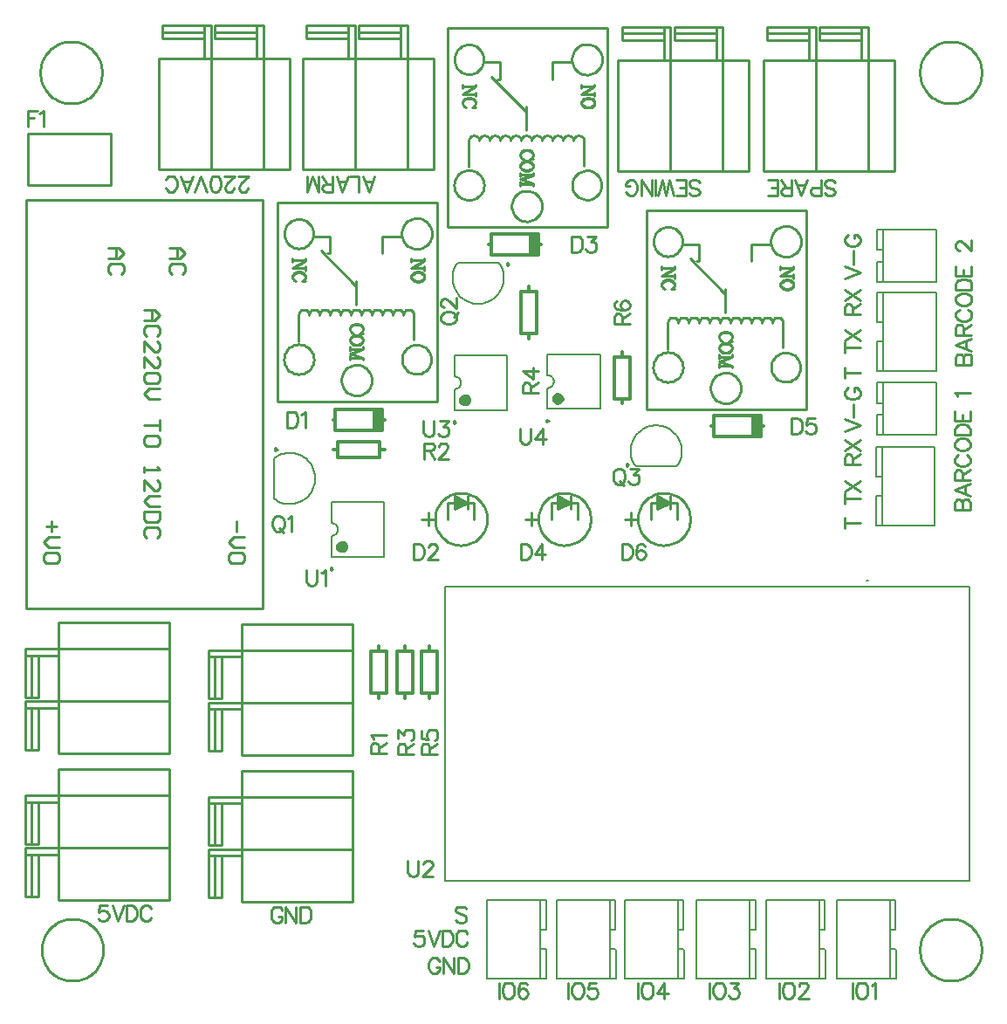
<source format=gto>
G04*
G04 #@! TF.GenerationSoftware,Altium Limited,Altium Designer,20.0.13 (296)*
G04*
G04 Layer_Color=65535*
%FSLAX25Y25*%
%MOIN*%
G70*
G01*
G75*
%ADD10C,0.00787*%
%ADD11C,0.00984*%
%ADD12C,0.02362*%
%ADD13C,0.01000*%
%ADD14C,0.00984*%
%ADD15C,0.01200*%
%ADD16C,0.00500*%
%ADD17R,0.03000X0.08000*%
D10*
X308461Y337500D02*
X309417Y337690D01*
X310228Y338232D01*
X310770Y339043D01*
X310961Y340000D01*
X310770Y340957D01*
X310228Y341768D01*
X309417Y342310D01*
X308461Y342500D01*
X430976Y263965D02*
X430189D01*
X430976D01*
X357795Y307594D02*
X358362Y308429D01*
X358840Y309318D01*
X359224Y310251D01*
X359510Y311218D01*
X359694Y312210D01*
X359775Y313216D01*
X359753Y314225D01*
X359626Y315226D01*
X359397Y316208D01*
X359068Y317162D01*
X358643Y318077D01*
X358125Y318943D01*
X357521Y319751D01*
X356837Y320493D01*
X356080Y321160D01*
X355258Y321746D01*
X354381Y322244D01*
X353457Y322648D01*
X352496Y322956D01*
X351508Y323163D01*
X350504Y323267D01*
X349496D01*
X348492Y323163D01*
X347504Y322956D01*
X346543Y322648D01*
X345619Y322243D01*
X344742Y321746D01*
X343920Y321160D01*
X343163Y320493D01*
X342479Y319751D01*
X341875Y318943D01*
X341357Y318077D01*
X340932Y317162D01*
X340603Y316208D01*
X340374Y315226D01*
X340247Y314225D01*
X340225Y313216D01*
X340306Y312210D01*
X340490Y311218D01*
X340776Y310251D01*
X341160Y309318D01*
X341638Y308429D01*
X342205Y307594D01*
X272961Y337000D02*
X273917Y337190D01*
X274728Y337732D01*
X275270Y338543D01*
X275461Y339500D01*
X275270Y340457D01*
X274728Y341268D01*
X273917Y341810D01*
X272961Y342000D01*
X274205Y385405D02*
X273638Y384571D01*
X273160Y383682D01*
X272776Y382749D01*
X272490Y381782D01*
X272306Y380790D01*
X272224Y379784D01*
X272247Y378775D01*
X272374Y377774D01*
X272603Y376792D01*
X272932Y375838D01*
X273358Y374923D01*
X273875Y374057D01*
X274479Y373249D01*
X275163Y372507D01*
X275920Y371840D01*
X276742Y371254D01*
X277619Y370756D01*
X278543Y370352D01*
X279504Y370044D01*
X280492Y369837D01*
X281495Y369733D01*
X282505D01*
X283508Y369837D01*
X284496Y370044D01*
X285457Y370352D01*
X286381Y370757D01*
X287258Y371254D01*
X288080Y371840D01*
X288837Y372507D01*
X289521Y373249D01*
X290125Y374057D01*
X290642Y374923D01*
X291068Y375838D01*
X291397Y376792D01*
X291626Y377774D01*
X291753Y378775D01*
X291775Y379784D01*
X291694Y380790D01*
X291510Y381782D01*
X291224Y382749D01*
X290840Y383682D01*
X290362Y384571D01*
X289795Y385405D01*
X225961Y281000D02*
X226917Y281190D01*
X227728Y281732D01*
X228270Y282543D01*
X228461Y283500D01*
X228270Y284457D01*
X227728Y285268D01*
X226917Y285810D01*
X225961Y286000D01*
X204095Y295205D02*
X204929Y294638D01*
X205818Y294160D01*
X206751Y293776D01*
X207718Y293490D01*
X208710Y293306D01*
X209716Y293225D01*
X210725Y293247D01*
X211726Y293374D01*
X212708Y293603D01*
X213662Y293932D01*
X214577Y294357D01*
X215443Y294875D01*
X216251Y295479D01*
X216993Y296163D01*
X217660Y296920D01*
X218246Y297742D01*
X218744Y298619D01*
X219148Y299543D01*
X219456Y300504D01*
X219663Y301492D01*
X219767Y302496D01*
Y303504D01*
X219663Y304508D01*
X219456Y305496D01*
X219148Y306457D01*
X218743Y307381D01*
X218246Y308258D01*
X217660Y309080D01*
X216993Y309837D01*
X216251Y310521D01*
X215443Y311125D01*
X214577Y311643D01*
X213662Y312068D01*
X212708Y312397D01*
X211726Y312626D01*
X210725Y312753D01*
X209716Y312775D01*
X208710Y312694D01*
X207718Y312510D01*
X206751Y312224D01*
X205818Y311840D01*
X204929Y311362D01*
X204095Y310795D01*
X308461Y329567D02*
X328539D01*
X308461Y350433D02*
X328539D01*
X308461Y329567D02*
Y337500D01*
Y342500D02*
Y350433D01*
X328539Y329567D02*
Y350433D01*
X342205Y307594D02*
X357795D01*
X272961Y329067D02*
X293039D01*
X272961Y349933D02*
X293039D01*
X272961Y329067D02*
Y337000D01*
Y342000D02*
Y349933D01*
X293039Y329067D02*
Y349933D01*
X274205Y385405D02*
X289795D01*
X225961Y273067D02*
X246039D01*
X225961Y293933D02*
X246039D01*
X225961Y273067D02*
Y281000D01*
Y286000D02*
Y293933D01*
X246039Y273067D02*
Y293933D01*
X204095Y295205D02*
Y310795D01*
X457000Y378039D02*
Y398118D01*
X434402D02*
X457000D01*
X434402Y378039D02*
X457000D01*
X436764Y385717D02*
Y390244D01*
X434402Y378039D02*
Y385667D01*
Y390244D02*
Y398118D01*
Y390244D02*
X436764D01*
X434402Y385717D02*
X436764D01*
Y390244D02*
Y397921D01*
Y378138D02*
Y385717D01*
X457000Y319539D02*
Y339618D01*
X434402D02*
X457000D01*
X434402Y319539D02*
X457000D01*
X436764Y327217D02*
Y331744D01*
X434402Y319539D02*
Y327167D01*
Y331744D02*
Y339618D01*
Y331744D02*
X436764D01*
X434402Y327217D02*
X436764D01*
Y331744D02*
Y339421D01*
Y319638D02*
Y327217D01*
X434500Y344118D02*
Y355201D01*
Y344118D02*
X457000D01*
X434402Y362898D02*
Y374118D01*
X436764Y362996D02*
Y374118D01*
X434500Y355201D02*
X436764D01*
X434500Y362799D02*
X436764D01*
X457000Y344118D02*
Y374118D01*
X434402D02*
X457000D01*
X436764Y344118D02*
Y355024D01*
Y362996D01*
X434000Y285118D02*
Y296201D01*
Y285118D02*
X456500D01*
X433902Y303898D02*
Y315118D01*
X436264Y303996D02*
Y315118D01*
X434000Y296201D02*
X436264D01*
X434000Y303799D02*
X436264D01*
X456500Y285118D02*
Y315118D01*
X433902D02*
X456500D01*
X436264Y285118D02*
Y296024D01*
Y303996D01*
X308000Y130799D02*
Y141882D01*
X285500D02*
X308000D01*
X308098Y111882D02*
Y123102D01*
X305736Y111882D02*
Y123004D01*
Y130799D02*
X308000D01*
X305736Y123201D02*
X308000D01*
X285500Y111882D02*
Y141882D01*
Y111882D02*
X308098D01*
X305736Y130976D02*
Y141882D01*
Y123004D02*
Y130976D01*
X334500Y130799D02*
Y141882D01*
X312000D02*
X334500D01*
X334598Y111882D02*
Y123102D01*
X332236Y111882D02*
Y123004D01*
Y130799D02*
X334500D01*
X332236Y123201D02*
X334500D01*
X312000Y111882D02*
Y141882D01*
Y111882D02*
X334598D01*
X332236Y130976D02*
Y141882D01*
Y123004D02*
Y130976D01*
X360500Y130799D02*
Y141882D01*
X338000D02*
X360500D01*
X360598Y111882D02*
Y123102D01*
X358236Y111882D02*
Y123004D01*
Y130799D02*
X360500D01*
X358236Y123201D02*
X360500D01*
X338000Y111882D02*
Y141882D01*
Y111882D02*
X360598D01*
X358236Y130976D02*
Y141882D01*
Y123004D02*
Y130976D01*
X388000Y130799D02*
Y141882D01*
X365500D02*
X388000D01*
X388098Y111882D02*
Y123102D01*
X385736Y111882D02*
Y123004D01*
Y130799D02*
X388000D01*
X385736Y123201D02*
X388000D01*
X365500Y111882D02*
Y141882D01*
Y111882D02*
X388098D01*
X385736Y130976D02*
Y141882D01*
Y123004D02*
Y130976D01*
X414500Y130799D02*
Y141882D01*
X392000D02*
X414500D01*
X414598Y111882D02*
Y123102D01*
X412236Y111882D02*
Y123004D01*
Y130799D02*
X414500D01*
X412236Y123201D02*
X414500D01*
X392000Y111882D02*
Y141882D01*
Y111882D02*
X414598D01*
X412236Y130976D02*
Y141882D01*
Y123004D02*
Y130976D01*
X441500Y130799D02*
Y141882D01*
X419000D02*
X441500D01*
X441598Y111882D02*
Y123102D01*
X439236Y111882D02*
Y123004D01*
Y130799D02*
X441500D01*
X439236Y123201D02*
X441500D01*
X419000Y111882D02*
Y141882D01*
Y111882D02*
X441598D01*
X439236Y130976D02*
Y141882D01*
Y123004D02*
Y130976D01*
D11*
X308874Y325000D02*
X308136Y325426D01*
Y324574D01*
X308874Y325000D01*
X339350Y308185D02*
X338612Y308611D01*
Y307759D01*
X339350Y308185D01*
X273374Y324500D02*
X272636Y324926D01*
Y324074D01*
X273374Y324500D01*
X293634Y384815D02*
X292896Y385241D01*
Y384389D01*
X293634Y384815D01*
X226374Y268500D02*
X225636Y268926D01*
Y268074D01*
X226374Y268500D01*
X205177Y314142D02*
X204439Y314568D01*
Y313716D01*
X205177Y314142D01*
D12*
X313579Y333504D02*
X313134Y334427D01*
X312135Y334655D01*
X311333Y334016D01*
Y332992D01*
X312135Y332352D01*
X313134Y332580D01*
X313579Y333504D01*
X278079Y333004D02*
X277634Y333927D01*
X276635Y334155D01*
X275834Y333516D01*
Y332491D01*
X276635Y331852D01*
X277634Y332081D01*
X278079Y333004D01*
X231079Y277004D02*
X230634Y277927D01*
X229635Y278155D01*
X228834Y277516D01*
Y276491D01*
X229635Y275852D01*
X230634Y276080D01*
X231079Y277004D01*
D13*
X363000Y287500D02*
X362950Y288496D01*
X362802Y289481D01*
X362556Y290448D01*
X362215Y291384D01*
X361782Y292283D01*
X361262Y293133D01*
X360660Y293928D01*
X359982Y294659D01*
X359235Y295318D01*
X358425Y295900D01*
X357562Y296399D01*
X356653Y296809D01*
X355708Y297126D01*
X354736Y297348D01*
X353747Y297472D01*
X352751Y297497D01*
X351757Y297422D01*
X350775Y297249D01*
X349815Y296979D01*
X348887Y296615D01*
X348000Y296160D01*
X347163Y295619D01*
X346383Y294998D01*
X345670Y294302D01*
X345029Y293538D01*
X344467Y292714D01*
X343990Y291839D01*
X343603Y290920D01*
X343309Y289968D01*
X343112Y288990D01*
X343012Y287999D01*
Y287001D01*
X343112Y286010D01*
X343309Y285032D01*
X343603Y284080D01*
X343990Y283161D01*
X344467Y282286D01*
X345029Y281462D01*
X345670Y280698D01*
X346383Y280002D01*
X347163Y279381D01*
X348000Y278840D01*
X348887Y278385D01*
X349815Y278021D01*
X350775Y277751D01*
X351757Y277578D01*
X352751Y277503D01*
X353747Y277528D01*
X354736Y277652D01*
X355708Y277874D01*
X356653Y278191D01*
X357562Y278601D01*
X358425Y279100D01*
X359235Y279682D01*
X359982Y280341D01*
X360660Y281072D01*
X361262Y281867D01*
X361782Y282717D01*
X362215Y283616D01*
X362556Y284552D01*
X362802Y285519D01*
X362950Y286504D01*
X363000Y287500D01*
X325000D02*
X324950Y288496D01*
X324802Y289481D01*
X324556Y290448D01*
X324215Y291384D01*
X323782Y292283D01*
X323262Y293133D01*
X322660Y293928D01*
X321982Y294659D01*
X321235Y295318D01*
X320426Y295900D01*
X319562Y296399D01*
X318653Y296809D01*
X317708Y297126D01*
X316737Y297348D01*
X315747Y297472D01*
X314751Y297497D01*
X313757Y297422D01*
X312775Y297249D01*
X311815Y296979D01*
X310887Y296615D01*
X310000Y296160D01*
X309163Y295619D01*
X308383Y294998D01*
X307669Y294302D01*
X307029Y293538D01*
X306467Y292714D01*
X305990Y291839D01*
X305603Y290920D01*
X305309Y289968D01*
X305112Y288990D01*
X305012Y287999D01*
Y287001D01*
X305112Y286010D01*
X305309Y285032D01*
X305603Y284080D01*
X305990Y283161D01*
X306467Y282286D01*
X307029Y281462D01*
X307669Y280698D01*
X308383Y280002D01*
X309163Y279381D01*
X310000Y278840D01*
X310887Y278385D01*
X311815Y278021D01*
X312775Y277751D01*
X313756Y277578D01*
X314751Y277503D01*
X315747Y277528D01*
X316737Y277652D01*
X317708Y277874D01*
X318653Y278191D01*
X319562Y278601D01*
X320426Y279100D01*
X321235Y279682D01*
X321982Y280341D01*
X322660Y281072D01*
X323262Y281867D01*
X323782Y282717D01*
X324215Y283616D01*
X324556Y284552D01*
X324802Y285519D01*
X324950Y286504D01*
X325000Y287500D01*
X285500D02*
X285450Y288496D01*
X285302Y289481D01*
X285056Y290448D01*
X284715Y291384D01*
X284282Y292283D01*
X283762Y293133D01*
X283160Y293928D01*
X282482Y294659D01*
X281735Y295318D01*
X280925Y295900D01*
X280062Y296399D01*
X279153Y296809D01*
X278208Y297126D01*
X277237Y297348D01*
X276247Y297472D01*
X275251Y297497D01*
X274257Y297422D01*
X273275Y297249D01*
X272315Y296979D01*
X271387Y296615D01*
X270500Y296160D01*
X269663Y295619D01*
X268883Y294998D01*
X268169Y294302D01*
X267529Y293538D01*
X266967Y292714D01*
X266490Y291839D01*
X266103Y290920D01*
X265809Y289968D01*
X265612Y288990D01*
X265512Y287999D01*
Y287001D01*
X265612Y286010D01*
X265809Y285032D01*
X266103Y284080D01*
X266490Y283161D01*
X266967Y282286D01*
X267529Y281462D01*
X268169Y280698D01*
X268883Y280002D01*
X269663Y279381D01*
X270500Y278840D01*
X271387Y278385D01*
X272315Y278021D01*
X273275Y277751D01*
X274256Y277578D01*
X275251Y277503D01*
X276247Y277528D01*
X277237Y277652D01*
X278208Y277874D01*
X279153Y278191D01*
X280062Y278601D01*
X280925Y279100D01*
X281735Y279682D01*
X282482Y280341D01*
X283160Y281072D01*
X283762Y281867D01*
X284282Y282717D01*
X284715Y283616D01*
X285056Y284552D01*
X285302Y285519D01*
X285450Y286504D01*
X285500Y287500D01*
X405090Y345500D02*
X405000Y346498D01*
X404734Y347464D01*
X404299Y348367D01*
X403710Y349178D01*
X402985Y349871D01*
X402149Y350423D01*
X401228Y350817D01*
X400250Y351040D01*
X399249Y351085D01*
X398256Y350950D01*
X397303Y350640D01*
X396420Y350165D01*
X395637Y349541D01*
X394977Y348786D01*
X394463Y347925D01*
X394111Y346987D01*
X393932Y346001D01*
Y344999D01*
X394111Y344013D01*
X394463Y343074D01*
X394977Y342214D01*
X395637Y341459D01*
X396420Y340835D01*
X397303Y340360D01*
X398256Y340050D01*
X399249Y339915D01*
X400250Y339960D01*
X401228Y340183D01*
X402149Y340577D01*
X402985Y341129D01*
X403710Y341822D01*
X404299Y342633D01*
X404734Y343536D01*
X405000Y344502D01*
X405090Y345500D01*
X382331Y337500D02*
X382247Y338485D01*
X381998Y339442D01*
X381591Y340344D01*
X381037Y341163D01*
X380352Y341877D01*
X379557Y342465D01*
X378674Y342910D01*
X377729Y343200D01*
X376747Y343326D01*
X375759Y343284D01*
X374793Y343075D01*
X373875Y342707D01*
X373033Y342188D01*
X372290Y341535D01*
X371669Y340765D01*
X371187Y339902D01*
X370857Y338969D01*
X370690Y337995D01*
Y337005D01*
X370857Y336031D01*
X371187Y335098D01*
X371669Y334235D01*
X372290Y333465D01*
X373033Y332812D01*
X373875Y332293D01*
X374793Y331925D01*
X375759Y331716D01*
X376747Y331674D01*
X377729Y331800D01*
X378674Y332090D01*
X379557Y332535D01*
X380352Y333123D01*
X381037Y333837D01*
X381591Y334656D01*
X381998Y335558D01*
X382247Y336515D01*
X382331Y337500D01*
X360201Y345500D02*
X360114Y346490D01*
X359857Y347450D01*
X359437Y348351D01*
X358867Y349165D01*
X358165Y349867D01*
X357350Y350437D01*
X356450Y350857D01*
X355490Y351114D01*
X354500Y351201D01*
X353510Y351114D01*
X352550Y350857D01*
X351649Y350437D01*
X350835Y349867D01*
X350133Y349165D01*
X349563Y348351D01*
X349143Y347450D01*
X348886Y346490D01*
X348799Y345500D01*
X348886Y344510D01*
X349143Y343550D01*
X349563Y342650D01*
X350133Y341835D01*
X350835Y341133D01*
X351649Y340563D01*
X352550Y340143D01*
X353510Y339886D01*
X354500Y339799D01*
X355490Y339886D01*
X356450Y340143D01*
X357350Y340563D01*
X358165Y341133D01*
X358867Y341835D01*
X359437Y342650D01*
X359857Y343550D01*
X360114Y344510D01*
X360201Y345500D01*
X405331Y393500D02*
X405247Y394485D01*
X404998Y395443D01*
X404591Y396344D01*
X404037Y397163D01*
X403352Y397877D01*
X402557Y398465D01*
X401674Y398910D01*
X400729Y399200D01*
X399747Y399326D01*
X398759Y399284D01*
X397793Y399075D01*
X396875Y398707D01*
X396033Y398188D01*
X395290Y397535D01*
X394669Y396765D01*
X394187Y395902D01*
X393857Y394969D01*
X393690Y393994D01*
Y393005D01*
X393857Y392031D01*
X394187Y391098D01*
X394669Y390235D01*
X395290Y389465D01*
X396033Y388812D01*
X396875Y388293D01*
X397793Y387925D01*
X398759Y387716D01*
X399747Y387674D01*
X400729Y387800D01*
X401674Y388090D01*
X402557Y388535D01*
X403352Y389123D01*
X404037Y389837D01*
X404591Y390656D01*
X404998Y391558D01*
X405247Y392515D01*
X405331Y393500D01*
X360157D02*
X360071Y394482D01*
X359816Y395435D01*
X359399Y396328D01*
X358833Y397136D01*
X358136Y397833D01*
X357329Y398399D01*
X356435Y398816D01*
X355482Y399071D01*
X354500Y399157D01*
X353518Y399071D01*
X352565Y398816D01*
X351672Y398399D01*
X350864Y397833D01*
X350167Y397136D01*
X349601Y396328D01*
X349184Y395435D01*
X348929Y394482D01*
X348843Y393500D01*
X348929Y392518D01*
X349184Y391565D01*
X349601Y390671D01*
X350167Y389864D01*
X350864Y389167D01*
X351672Y388601D01*
X352565Y388184D01*
X353518Y387929D01*
X354500Y387843D01*
X355482Y387929D01*
X356435Y388184D01*
X357329Y388601D01*
X358136Y389167D01*
X358833Y389864D01*
X359399Y390671D01*
X359816Y391565D01*
X360071Y392518D01*
X360157Y393500D01*
X356500Y364500D02*
X355500Y364232D01*
X354768Y363500D01*
X354500Y362500D01*
X358500D02*
X358232Y363500D01*
X357500Y364232D01*
X356500Y364500D01*
X360500D02*
X359500Y364232D01*
X358768Y363500D01*
X358500Y362500D01*
X362500D02*
X362232Y363500D01*
X361500Y364232D01*
X360500Y364500D01*
X364500D02*
X363500Y364232D01*
X362768Y363500D01*
X362500Y362500D01*
X366500D02*
X366232Y363500D01*
X365500Y364232D01*
X364500Y364500D01*
X368500D02*
X367500Y364232D01*
X366768Y363500D01*
X366500Y362500D01*
X370500D02*
X370232Y363500D01*
X369500Y364232D01*
X368500Y364500D01*
X372500D02*
X371500Y364232D01*
X370768Y363500D01*
X370500Y362500D01*
X374500D02*
X374232Y363500D01*
X373500Y364232D01*
X372500Y364500D01*
X376500D02*
X375500Y364232D01*
X374768Y363500D01*
X374500Y362500D01*
X378500D02*
X378232Y363500D01*
X377500Y364232D01*
X376500Y364500D01*
X380500D02*
X379500Y364232D01*
X378768Y363500D01*
X378500Y362500D01*
X382500D02*
X382232Y363500D01*
X381500Y364232D01*
X380500Y364500D01*
X384500D02*
X383500Y364232D01*
X382768Y363500D01*
X382500Y362500D01*
X386500D02*
X386232Y363500D01*
X385500Y364232D01*
X384500Y364500D01*
X388500D02*
X387500Y364232D01*
X386768Y363500D01*
X386500Y362500D01*
X390500D02*
X390232Y363500D01*
X389500Y364232D01*
X388500Y364500D01*
X392500D02*
X391500Y364232D01*
X390768Y363500D01*
X390500Y362500D01*
X394500D02*
X394232Y363500D01*
X393500Y364232D01*
X392500Y364500D01*
X396500D02*
X395500Y364232D01*
X394768Y363500D01*
X394500Y362500D01*
X398500D02*
X398232Y363500D01*
X397500Y364232D01*
X396500Y364500D01*
X264090Y348500D02*
X264000Y349498D01*
X263734Y350464D01*
X263299Y351367D01*
X262710Y352178D01*
X261985Y352871D01*
X261149Y353423D01*
X260227Y353817D01*
X259250Y354040D01*
X258249Y354085D01*
X257256Y353950D01*
X256303Y353640D01*
X255420Y353165D01*
X254637Y352541D01*
X253977Y351786D01*
X253463Y350925D01*
X253111Y349987D01*
X252932Y349001D01*
Y347999D01*
X253111Y347013D01*
X253463Y346075D01*
X253977Y345214D01*
X254637Y344459D01*
X255420Y343835D01*
X256303Y343360D01*
X257256Y343050D01*
X258249Y342915D01*
X259250Y342960D01*
X260227Y343183D01*
X261149Y343577D01*
X261985Y344129D01*
X262710Y344822D01*
X263299Y345633D01*
X263734Y346536D01*
X264000Y347502D01*
X264090Y348500D01*
X241331Y340500D02*
X241247Y341485D01*
X240998Y342442D01*
X240591Y343344D01*
X240037Y344163D01*
X239352Y344877D01*
X238557Y345465D01*
X237674Y345910D01*
X236729Y346200D01*
X235748Y346326D01*
X234759Y346284D01*
X233793Y346075D01*
X232875Y345707D01*
X232033Y345188D01*
X231290Y344535D01*
X230669Y343765D01*
X230187Y342902D01*
X229857Y341969D01*
X229690Y340995D01*
Y340005D01*
X229857Y339031D01*
X230187Y338098D01*
X230669Y337235D01*
X231290Y336465D01*
X232033Y335812D01*
X232875Y335293D01*
X233793Y334925D01*
X234759Y334716D01*
X235748Y334674D01*
X236729Y334800D01*
X237674Y335090D01*
X238557Y335535D01*
X239352Y336123D01*
X240037Y336837D01*
X240591Y337656D01*
X240998Y338558D01*
X241247Y339515D01*
X241331Y340500D01*
X219201Y348500D02*
X219114Y349490D01*
X218857Y350450D01*
X218437Y351350D01*
X217867Y352165D01*
X217164Y352867D01*
X216351Y353437D01*
X215450Y353857D01*
X214490Y354114D01*
X213500Y354201D01*
X212510Y354114D01*
X211550Y353857D01*
X210649Y353437D01*
X209836Y352867D01*
X209133Y352165D01*
X208563Y351350D01*
X208143Y350450D01*
X207886Y349490D01*
X207799Y348500D01*
X207886Y347510D01*
X208143Y346550D01*
X208563Y345650D01*
X209133Y344835D01*
X209836Y344133D01*
X210649Y343563D01*
X211550Y343143D01*
X212510Y342886D01*
X213500Y342799D01*
X214490Y342886D01*
X215450Y343143D01*
X216351Y343563D01*
X217164Y344133D01*
X217867Y344835D01*
X218437Y345650D01*
X218857Y346550D01*
X219114Y347510D01*
X219201Y348500D01*
X264331Y396500D02*
X264247Y397485D01*
X263998Y398443D01*
X263591Y399344D01*
X263037Y400163D01*
X262352Y400877D01*
X261557Y401465D01*
X260674Y401910D01*
X259729Y402200D01*
X258748Y402326D01*
X257759Y402284D01*
X256793Y402075D01*
X255875Y401707D01*
X255033Y401188D01*
X254290Y400535D01*
X253669Y399765D01*
X253187Y398902D01*
X252857Y397969D01*
X252690Y396994D01*
Y396006D01*
X252857Y395031D01*
X253187Y394098D01*
X253669Y393235D01*
X254290Y392465D01*
X255033Y391812D01*
X255875Y391293D01*
X256793Y390925D01*
X257759Y390716D01*
X258748Y390674D01*
X259729Y390800D01*
X260674Y391090D01*
X261557Y391535D01*
X262352Y392123D01*
X263037Y392837D01*
X263591Y393656D01*
X263998Y394557D01*
X264247Y395515D01*
X264331Y396500D01*
X219157D02*
X219071Y397482D01*
X218816Y398435D01*
X218399Y399328D01*
X217833Y400136D01*
X217136Y400833D01*
X216329Y401399D01*
X215435Y401816D01*
X214482Y402071D01*
X213500Y402157D01*
X212518Y402071D01*
X211565Y401816D01*
X210671Y401399D01*
X209864Y400833D01*
X209167Y400136D01*
X208601Y399328D01*
X208184Y398435D01*
X207929Y397482D01*
X207843Y396500D01*
X207929Y395518D01*
X208184Y394565D01*
X208601Y393671D01*
X209167Y392864D01*
X209864Y392167D01*
X210671Y391601D01*
X211565Y391184D01*
X212518Y390929D01*
X213500Y390843D01*
X214482Y390929D01*
X215435Y391184D01*
X216329Y391601D01*
X217136Y392167D01*
X217833Y392864D01*
X218399Y393671D01*
X218816Y394565D01*
X219071Y395518D01*
X219157Y396500D01*
X215500Y367500D02*
X214500Y367232D01*
X213768Y366500D01*
X213500Y365500D01*
X217500D02*
X217232Y366500D01*
X216500Y367232D01*
X215500Y367500D01*
X219500D02*
X218500Y367232D01*
X217768Y366500D01*
X217500Y365500D01*
X221500D02*
X221232Y366500D01*
X220500Y367232D01*
X219500Y367500D01*
X223500D02*
X222500Y367232D01*
X221768Y366500D01*
X221500Y365500D01*
X225500D02*
X225232Y366500D01*
X224500Y367232D01*
X223500Y367500D01*
X227500D02*
X226500Y367232D01*
X225768Y366500D01*
X225500Y365500D01*
X229500D02*
X229232Y366500D01*
X228500Y367232D01*
X227500Y367500D01*
X231500D02*
X230500Y367232D01*
X229768Y366500D01*
X229500Y365500D01*
X233500D02*
X233232Y366500D01*
X232500Y367232D01*
X231500Y367500D01*
X235500D02*
X234500Y367232D01*
X233768Y366500D01*
X233500Y365500D01*
X237500D02*
X237232Y366500D01*
X236500Y367232D01*
X235500Y367500D01*
X239500D02*
X238500Y367232D01*
X237768Y366500D01*
X237500Y365500D01*
X241500D02*
X241232Y366500D01*
X240500Y367232D01*
X239500Y367500D01*
X243500D02*
X242500Y367232D01*
X241768Y366500D01*
X241500Y365500D01*
X245500D02*
X245232Y366500D01*
X244500Y367232D01*
X243500Y367500D01*
X247500D02*
X246500Y367232D01*
X245768Y366500D01*
X245500Y365500D01*
X249500D02*
X249232Y366500D01*
X248500Y367232D01*
X247500Y367500D01*
X251500D02*
X250500Y367232D01*
X249768Y366500D01*
X249500Y365500D01*
X253500D02*
X253232Y366500D01*
X252500Y367232D01*
X251500Y367500D01*
X255500D02*
X254500Y367232D01*
X253768Y366500D01*
X253500Y365500D01*
X257500D02*
X257232Y366500D01*
X256500Y367232D01*
X255500Y367500D01*
X329090Y415000D02*
X329000Y415998D01*
X328734Y416964D01*
X328299Y417867D01*
X327710Y418678D01*
X326985Y419371D01*
X326149Y419923D01*
X325227Y420317D01*
X324250Y420540D01*
X323249Y420585D01*
X322256Y420450D01*
X321303Y420140D01*
X320420Y419665D01*
X319637Y419041D01*
X318977Y418286D01*
X318463Y417425D01*
X318111Y416487D01*
X317932Y415501D01*
Y414499D01*
X318111Y413513D01*
X318463Y412574D01*
X318977Y411714D01*
X319637Y410959D01*
X320420Y410335D01*
X321303Y409860D01*
X322256Y409550D01*
X323249Y409415D01*
X324250Y409460D01*
X325227Y409683D01*
X326149Y410077D01*
X326985Y410629D01*
X327710Y411322D01*
X328299Y412133D01*
X328734Y413036D01*
X329000Y414002D01*
X329090Y415000D01*
X306331Y407000D02*
X306247Y407985D01*
X305998Y408943D01*
X305591Y409844D01*
X305037Y410663D01*
X304352Y411377D01*
X303557Y411965D01*
X302674Y412410D01*
X301729Y412700D01*
X300747Y412826D01*
X299759Y412784D01*
X298793Y412575D01*
X297875Y412207D01*
X297033Y411688D01*
X296290Y411035D01*
X295669Y410265D01*
X295187Y409402D01*
X294857Y408469D01*
X294690Y407494D01*
Y406505D01*
X294857Y405531D01*
X295187Y404598D01*
X295669Y403735D01*
X296290Y402965D01*
X297033Y402312D01*
X297875Y401793D01*
X298793Y401425D01*
X299759Y401216D01*
X300747Y401174D01*
X301729Y401300D01*
X302674Y401590D01*
X303557Y402035D01*
X304352Y402623D01*
X305037Y403337D01*
X305591Y404156D01*
X305998Y405057D01*
X306247Y406015D01*
X306331Y407000D01*
X284201Y415000D02*
X284114Y415990D01*
X283857Y416950D01*
X283437Y417850D01*
X282867Y418665D01*
X282165Y419367D01*
X281350Y419937D01*
X280450Y420357D01*
X279490Y420614D01*
X278500Y420701D01*
X277510Y420614D01*
X276550Y420357D01*
X275649Y419937D01*
X274835Y419367D01*
X274133Y418665D01*
X273563Y417850D01*
X273143Y416950D01*
X272886Y415990D01*
X272799Y415000D01*
X272886Y414010D01*
X273143Y413050D01*
X273563Y412149D01*
X274133Y411336D01*
X274835Y410633D01*
X275649Y410063D01*
X276550Y409643D01*
X277510Y409386D01*
X278500Y409299D01*
X279490Y409386D01*
X280450Y409643D01*
X281350Y410063D01*
X282165Y410633D01*
X282867Y411336D01*
X283437Y412149D01*
X283857Y413050D01*
X284114Y414010D01*
X284201Y415000D01*
X329331Y463000D02*
X329247Y463985D01*
X328998Y464943D01*
X328590Y465844D01*
X328037Y466663D01*
X327352Y467377D01*
X326557Y467965D01*
X325674Y468410D01*
X324728Y468700D01*
X323747Y468826D01*
X322759Y468784D01*
X321793Y468575D01*
X320875Y468207D01*
X320033Y467688D01*
X319290Y467035D01*
X318669Y466265D01*
X318187Y465402D01*
X317857Y464469D01*
X317690Y463494D01*
Y462505D01*
X317857Y461531D01*
X318187Y460598D01*
X318669Y459735D01*
X319290Y458965D01*
X320033Y458312D01*
X320875Y457793D01*
X321793Y457425D01*
X322759Y457216D01*
X323747Y457174D01*
X324728Y457300D01*
X325674Y457590D01*
X326557Y458035D01*
X327352Y458623D01*
X328037Y459337D01*
X328590Y460156D01*
X328998Y461058D01*
X329247Y462015D01*
X329331Y463000D01*
X284157D02*
X284071Y463982D01*
X283816Y464935D01*
X283399Y465828D01*
X282833Y466636D01*
X282136Y467333D01*
X281329Y467899D01*
X280435Y468316D01*
X279482Y468571D01*
X278500Y468657D01*
X277518Y468571D01*
X276565Y468316D01*
X275672Y467899D01*
X274864Y467333D01*
X274167Y466636D01*
X273601Y465828D01*
X273184Y464935D01*
X272929Y463982D01*
X272843Y463000D01*
X272929Y462018D01*
X273184Y461065D01*
X273601Y460172D01*
X274167Y459364D01*
X274864Y458667D01*
X275672Y458101D01*
X276565Y457684D01*
X277518Y457429D01*
X278500Y457343D01*
X279482Y457429D01*
X280435Y457684D01*
X281329Y458101D01*
X282136Y458667D01*
X282833Y459364D01*
X283399Y460172D01*
X283816Y461065D01*
X284071Y462018D01*
X284157Y463000D01*
X280500Y434000D02*
X279500Y433732D01*
X278768Y433000D01*
X278500Y432000D01*
X282500D02*
X282232Y433000D01*
X281500Y433732D01*
X280500Y434000D01*
X284500D02*
X283500Y433732D01*
X282768Y433000D01*
X282500Y432000D01*
X286500D02*
X286232Y433000D01*
X285500Y433732D01*
X284500Y434000D01*
X288500D02*
X287500Y433732D01*
X286768Y433000D01*
X286500Y432000D01*
X290500D02*
X290232Y433000D01*
X289500Y433732D01*
X288500Y434000D01*
X292500D02*
X291500Y433732D01*
X290768Y433000D01*
X290500Y432000D01*
X294500D02*
X294232Y433000D01*
X293500Y433732D01*
X292500Y434000D01*
X296500D02*
X295500Y433732D01*
X294768Y433000D01*
X294500Y432000D01*
X298500D02*
X298232Y433000D01*
X297500Y433732D01*
X296500Y434000D01*
X300500D02*
X299500Y433732D01*
X298768Y433000D01*
X298500Y432000D01*
X302500D02*
X302232Y433000D01*
X301500Y433732D01*
X300500Y434000D01*
X304500D02*
X303500Y433732D01*
X302768Y433000D01*
X302500Y432000D01*
X306500D02*
X306232Y433000D01*
X305500Y433732D01*
X304500Y434000D01*
X308500D02*
X307500Y433732D01*
X306768Y433000D01*
X306500Y432000D01*
X310500D02*
X310232Y433000D01*
X309500Y433732D01*
X308500Y434000D01*
X312500D02*
X311500Y433732D01*
X310768Y433000D01*
X310500Y432000D01*
X314500D02*
X314232Y433000D01*
X313500Y433732D01*
X312500Y434000D01*
X316500D02*
X315500Y433732D01*
X314768Y433000D01*
X314500Y432000D01*
X318500D02*
X318232Y433000D01*
X317500Y433732D01*
X316500Y434000D01*
X320500D02*
X319500Y433732D01*
X318768Y433000D01*
X318500Y432000D01*
X322500D02*
X322232Y433000D01*
X321500Y433732D01*
X320500Y434000D01*
X138311Y458000D02*
X138268Y459002D01*
X138141Y459996D01*
X137930Y460976D01*
X137636Y461935D01*
X137262Y462865D01*
X136811Y463760D01*
X136285Y464614D01*
X135689Y465420D01*
X135027Y466173D01*
X134303Y466866D01*
X133523Y467496D01*
X132693Y468057D01*
X131817Y468546D01*
X130904Y468959D01*
X129958Y469293D01*
X128988Y469546D01*
X128000Y469715D01*
X127001Y469800D01*
X125999D01*
X125000Y469715D01*
X124012Y469546D01*
X123041Y469293D01*
X122096Y468959D01*
X121183Y468546D01*
X120307Y468057D01*
X119477Y467496D01*
X118697Y466866D01*
X117973Y466173D01*
X117311Y465420D01*
X116715Y464614D01*
X116189Y463760D01*
X115737Y462865D01*
X115364Y461935D01*
X115070Y460976D01*
X114859Y459996D01*
X114732Y459002D01*
X114689Y458000D01*
X114732Y456998D01*
X114859Y456004D01*
X115070Y455024D01*
X115364Y454065D01*
X115737Y453135D01*
X116189Y452240D01*
X116715Y451386D01*
X117311Y450580D01*
X117973Y449827D01*
X118697Y449134D01*
X119477Y448504D01*
X120307Y447943D01*
X121183Y447454D01*
X122096Y447041D01*
X123041Y446707D01*
X124012Y446454D01*
X125000Y446285D01*
X125999Y446200D01*
X127001D01*
X128000Y446285D01*
X128988Y446454D01*
X129959Y446707D01*
X130904Y447041D01*
X131817Y447454D01*
X132693Y447943D01*
X133523Y448504D01*
X134303Y449134D01*
X135027Y449827D01*
X135689Y450580D01*
X136286Y451386D01*
X136811Y452240D01*
X137263Y453135D01*
X137636Y454065D01*
X137930Y455024D01*
X138141Y456004D01*
X138268Y456998D01*
X138311Y458000D01*
X138811Y123000D02*
X138768Y124002D01*
X138641Y124996D01*
X138430Y125976D01*
X138136Y126935D01*
X137762Y127865D01*
X137311Y128760D01*
X136785Y129614D01*
X136189Y130420D01*
X135527Y131173D01*
X134803Y131866D01*
X134023Y132496D01*
X133193Y133057D01*
X132317Y133546D01*
X131404Y133959D01*
X130458Y134293D01*
X129488Y134546D01*
X128500Y134715D01*
X127501Y134800D01*
X126499D01*
X125500Y134715D01*
X124512Y134546D01*
X123541Y134293D01*
X122596Y133959D01*
X121683Y133546D01*
X120807Y133057D01*
X119977Y132496D01*
X119197Y131866D01*
X118473Y131173D01*
X117811Y130420D01*
X117215Y129614D01*
X116689Y128760D01*
X116237Y127865D01*
X115864Y126935D01*
X115570Y125976D01*
X115359Y124996D01*
X115232Y124002D01*
X115189Y123000D01*
X115232Y121998D01*
X115359Y121004D01*
X115570Y120024D01*
X115864Y119065D01*
X116237Y118135D01*
X116689Y117240D01*
X117215Y116386D01*
X117811Y115580D01*
X118473Y114828D01*
X119197Y114134D01*
X119977Y113504D01*
X120807Y112943D01*
X121683Y112454D01*
X122596Y112041D01*
X123541Y111707D01*
X124512Y111454D01*
X125500Y111285D01*
X126499Y111200D01*
X127501D01*
X128500Y111285D01*
X129488Y111454D01*
X130459Y111707D01*
X131404Y112041D01*
X132317Y112454D01*
X133193Y112943D01*
X134023Y113504D01*
X134803Y114134D01*
X135527Y114828D01*
X136189Y115580D01*
X136786Y116386D01*
X137311Y117240D01*
X137763Y118135D01*
X138136Y119065D01*
X138430Y120024D01*
X138641Y121004D01*
X138768Y121998D01*
X138811Y123000D01*
X474311D02*
X474268Y124002D01*
X474141Y124996D01*
X473930Y125976D01*
X473636Y126935D01*
X473263Y127865D01*
X472811Y128760D01*
X472286Y129614D01*
X471689Y130420D01*
X471027Y131173D01*
X470303Y131866D01*
X469523Y132496D01*
X468693Y133057D01*
X467817Y133546D01*
X466904Y133959D01*
X465958Y134293D01*
X464988Y134546D01*
X464000Y134715D01*
X463001Y134800D01*
X461999D01*
X461000Y134715D01*
X460012Y134546D01*
X459042Y134293D01*
X458096Y133959D01*
X457183Y133546D01*
X456307Y133057D01*
X455477Y132496D01*
X454697Y131866D01*
X453973Y131173D01*
X453311Y130420D01*
X452714Y129614D01*
X452189Y128760D01*
X451737Y127865D01*
X451364Y126935D01*
X451070Y125976D01*
X450859Y124996D01*
X450732Y124002D01*
X450689Y123000D01*
X450732Y121998D01*
X450859Y121004D01*
X451070Y120024D01*
X451364Y119065D01*
X451737Y118135D01*
X452189Y117240D01*
X452714Y116386D01*
X453311Y115580D01*
X453973Y114828D01*
X454697Y114134D01*
X455477Y113504D01*
X456307Y112943D01*
X457183Y112454D01*
X458096Y112041D01*
X459042Y111707D01*
X460012Y111454D01*
X461000Y111285D01*
X461999Y111200D01*
X463001D01*
X464000Y111285D01*
X464988Y111454D01*
X465959Y111707D01*
X466904Y112041D01*
X467817Y112454D01*
X468693Y112943D01*
X469523Y113504D01*
X470303Y114134D01*
X471027Y114828D01*
X471689Y115580D01*
X472286Y116386D01*
X472811Y117240D01*
X473263Y118135D01*
X473636Y119065D01*
X473930Y120024D01*
X474141Y121004D01*
X474268Y121998D01*
X474311Y123000D01*
Y458000D02*
X474268Y459002D01*
X474141Y459996D01*
X473930Y460976D01*
X473636Y461935D01*
X473263Y462865D01*
X472811Y463760D01*
X472286Y464614D01*
X471689Y465420D01*
X471027Y466173D01*
X470303Y466866D01*
X469523Y467496D01*
X468693Y468057D01*
X467817Y468546D01*
X466904Y468959D01*
X465958Y469293D01*
X464988Y469546D01*
X464000Y469715D01*
X463001Y469800D01*
X461999D01*
X461000Y469715D01*
X460012Y469546D01*
X459042Y469293D01*
X458096Y468959D01*
X457183Y468546D01*
X456307Y468057D01*
X455477Y467496D01*
X454697Y466866D01*
X453973Y466173D01*
X453311Y465420D01*
X452714Y464614D01*
X452189Y463760D01*
X451737Y462865D01*
X451364Y461935D01*
X451070Y460976D01*
X450859Y459996D01*
X450732Y459002D01*
X450689Y458000D01*
X450732Y456998D01*
X450859Y456004D01*
X451070Y455024D01*
X451364Y454065D01*
X451737Y453135D01*
X452189Y452240D01*
X452714Y451386D01*
X453311Y450580D01*
X453973Y449827D01*
X454697Y449134D01*
X455477Y448504D01*
X456307Y447943D01*
X457183Y447454D01*
X458096Y447041D01*
X459042Y446707D01*
X460012Y446454D01*
X461000Y446285D01*
X461999Y446200D01*
X463001D01*
X464000Y446285D01*
X464988Y446454D01*
X465959Y446707D01*
X466904Y447041D01*
X467817Y447454D01*
X468693Y447943D01*
X469523Y448504D01*
X470303Y449134D01*
X471027Y449827D01*
X471689Y450580D01*
X472286Y451386D01*
X472811Y452240D01*
X473263Y453135D01*
X473636Y454065D01*
X473930Y455024D01*
X474141Y456004D01*
X474268Y456998D01*
X474311Y458000D01*
X415000Y475500D02*
X421500D01*
X391000Y420500D02*
Y462720D01*
X431000D01*
Y420500D02*
Y462720D01*
X391000Y420500D02*
X431000D01*
X411000D02*
Y462720D01*
X431000Y420500D02*
X441000D01*
X431000Y462720D02*
X441000D01*
Y420500D02*
Y462720D01*
X415000Y473000D02*
X421500D01*
X431000Y462720D02*
Y475500D01*
X428500D02*
X431000D01*
X428500Y463000D02*
Y475500D01*
X412500Y470500D02*
Y475500D01*
Y473000D02*
X428500D01*
X412500Y475500D02*
X428500D01*
X412500Y470500D02*
X428500D01*
X395000Y475500D02*
X401500D01*
X395000Y473000D02*
X401500D01*
X411000Y462720D02*
Y475500D01*
X408500D02*
X411000D01*
X408500Y463000D02*
Y475500D01*
X392500Y470500D02*
Y475500D01*
Y473000D02*
X408500D01*
X392500Y475500D02*
X408500D01*
X392500Y470500D02*
X408500D01*
X359500Y475500D02*
X366000D01*
X335500Y420500D02*
Y462720D01*
X375500D01*
Y420500D02*
Y462720D01*
X335500Y420500D02*
X375500D01*
X355500D02*
Y462720D01*
X375500Y420500D02*
X385500D01*
X375500Y462720D02*
X385500D01*
Y420500D02*
Y462720D01*
X359500Y473000D02*
X366000D01*
X375500Y462720D02*
Y475500D01*
X373000D02*
X375500D01*
X373000Y463000D02*
Y475500D01*
X357000Y470500D02*
Y475500D01*
Y473000D02*
X373000D01*
X357000Y475500D02*
X373000D01*
X357000Y470500D02*
X373000D01*
X339500Y475500D02*
X346000D01*
X339500Y473000D02*
X346000D01*
X355500Y462720D02*
Y475500D01*
X353000D02*
X355500D01*
X353000Y463000D02*
Y475500D01*
X337000Y470500D02*
Y475500D01*
Y473000D02*
X353000D01*
X337000Y475500D02*
X353000D01*
X337000Y470500D02*
X353000D01*
X239000Y476000D02*
X245500D01*
X215000Y421000D02*
Y463221D01*
X255000D01*
Y421000D02*
Y463221D01*
X215000Y421000D02*
X255000D01*
X235000D02*
Y463221D01*
X255000Y421000D02*
X265000D01*
X255000Y463221D02*
X265000D01*
Y421000D02*
Y463221D01*
X239000Y473500D02*
X245500D01*
X255000Y463221D02*
Y476000D01*
X252500D02*
X255000D01*
X252500Y463500D02*
Y476000D01*
X236500Y471000D02*
Y476000D01*
Y473500D02*
X252500D01*
X236500Y476000D02*
X252500D01*
X236500Y471000D02*
X252500D01*
X219000Y476000D02*
X225500D01*
X219000Y473500D02*
X225500D01*
X235000Y463221D02*
Y476000D01*
X232500D02*
X235000D01*
X232500Y463500D02*
Y476000D01*
X216500Y471000D02*
Y476000D01*
Y473500D02*
X232500D01*
X216500Y476000D02*
X232500D01*
X216500Y471000D02*
X232500D01*
X184000Y476000D02*
X190500D01*
X160000Y421000D02*
Y463221D01*
X200000D01*
Y421000D02*
Y463221D01*
X160000Y421000D02*
X200000D01*
X180000D02*
Y463221D01*
X200000Y421000D02*
X210000D01*
X200000Y463221D02*
X210000D01*
Y421000D02*
Y463221D01*
X184000Y473500D02*
X190500D01*
X200000Y463221D02*
Y476000D01*
X197500D02*
X200000D01*
X197500Y463500D02*
Y476000D01*
X181500Y471000D02*
Y476000D01*
Y473500D02*
X197500D01*
X181500Y476000D02*
X197500D01*
X181500Y471000D02*
X197500D01*
X164000Y476000D02*
X170500D01*
X164000Y473500D02*
X170500D01*
X180000Y463221D02*
Y476000D01*
X177500D02*
X180000D01*
X177500Y463500D02*
Y476000D01*
X161500Y471000D02*
Y476000D01*
Y473500D02*
X177500D01*
X161500Y476000D02*
X177500D01*
X161500Y471000D02*
X177500D01*
X351399Y294563D02*
X353764Y294618D01*
X351338Y292950D02*
X353608Y292804D01*
X351289Y291644D02*
X351445Y295778D01*
X355500Y291250D02*
Y296250D01*
X350500D02*
X355500Y293750D01*
X350500Y291250D02*
X355500Y293750D01*
X350500Y291250D02*
Y296250D01*
X358000Y287500D02*
Y293750D01*
X348000D02*
X358000D01*
X348000Y287500D02*
Y293750D01*
X338000Y287500D02*
X343000D01*
X340500Y285000D02*
Y290000D01*
X313399Y294563D02*
X315764Y294618D01*
X313338Y292950D02*
X315608Y292804D01*
X313288Y291644D02*
X313445Y295778D01*
X317500Y291250D02*
Y296250D01*
X312500D02*
X317500Y293750D01*
X312500Y291250D02*
X317500Y293750D01*
X312500Y291250D02*
Y296250D01*
X320000Y287500D02*
Y293750D01*
X310000D02*
X320000D01*
X310000Y287500D02*
Y293750D01*
X300000Y287500D02*
X305000D01*
X302500Y285000D02*
Y290000D01*
X273899Y294563D02*
X276264Y294618D01*
X273838Y292950D02*
X276108Y292804D01*
X273788Y291644D02*
X273945Y295778D01*
X278000Y291250D02*
Y296250D01*
X273000D02*
X278000Y293750D01*
X273000Y291250D02*
X278000Y293750D01*
X273000Y291250D02*
Y296250D01*
X280500Y287500D02*
Y293750D01*
X270500D02*
X280500D01*
X270500Y287500D02*
Y293750D01*
X260500Y287500D02*
X265500D01*
X263000Y285000D02*
Y290000D01*
X142689Y409279D02*
X166311D01*
X109224Y253472D02*
X199776D01*
X109224D02*
Y409279D01*
X199776Y253472D02*
Y409279D01*
X109224D02*
X142689D01*
X166311D02*
X199776D01*
X407500Y329500D02*
Y405437D01*
X346500Y329500D02*
X407500D01*
X346500D02*
Y405437D01*
X407500D01*
X376500Y366500D02*
Y375500D01*
X360500Y392500D02*
X366500D01*
Y386000D02*
Y392500D01*
X386500D02*
X393500D01*
X386500Y386000D02*
Y392500D01*
X363000Y387000D02*
X376500Y373500D01*
X365500Y386000D02*
X366500D01*
X354500Y352500D02*
Y362500D01*
X398500Y353000D02*
Y362500D01*
X179000Y221500D02*
Y228000D01*
X191779Y197500D02*
X234000D01*
X191779D02*
Y237500D01*
X234000D01*
Y197500D02*
Y237500D01*
X191779Y217500D02*
X234000D01*
Y237500D02*
Y247500D01*
X191779Y237500D02*
Y247500D01*
X234000D01*
X181500Y221500D02*
Y228000D01*
X179000Y237500D02*
X191779D01*
X179000Y235000D02*
Y237500D01*
Y235000D02*
X191500D01*
X179000Y219000D02*
X184000D01*
X181500D02*
Y235000D01*
X179000Y219000D02*
Y235000D01*
X184000Y219000D02*
Y235000D01*
X179000Y201500D02*
Y208000D01*
X181500Y201500D02*
Y208000D01*
X179000Y217500D02*
X191779D01*
X179000Y215000D02*
Y217500D01*
Y215000D02*
X191500D01*
X179000Y199000D02*
X184000D01*
X181500D02*
Y215000D01*
X179000Y199000D02*
Y215000D01*
X184000Y199000D02*
Y215000D01*
X109000Y222000D02*
Y228500D01*
X121780Y198000D02*
X164000D01*
X121780D02*
Y238000D01*
X164000D01*
Y198000D02*
Y238000D01*
X121780Y218000D02*
X164000D01*
Y238000D02*
Y248000D01*
X121780Y238000D02*
Y248000D01*
X164000D01*
X111500Y222000D02*
Y228500D01*
X109000Y238000D02*
X121780D01*
X109000Y235500D02*
Y238000D01*
Y235500D02*
X121500D01*
X109000Y219500D02*
X114000D01*
X111500D02*
Y235500D01*
X109000Y219500D02*
Y235500D01*
X114000Y219500D02*
Y235500D01*
X109000Y202000D02*
Y208500D01*
X111500Y202000D02*
Y208500D01*
X109000Y218000D02*
X121780D01*
X109000Y215500D02*
Y218000D01*
Y215500D02*
X121500D01*
X109000Y199500D02*
X114000D01*
X111500D02*
Y215500D01*
X109000Y199500D02*
Y215500D01*
X114000Y199500D02*
Y215500D01*
X266500Y332500D02*
Y408437D01*
X205500Y332500D02*
X266500D01*
X205500D02*
Y408437D01*
X266500D01*
X235500Y369500D02*
Y378500D01*
X219500Y395500D02*
X225500D01*
Y389000D02*
Y395500D01*
X245500D02*
X252500D01*
X245500Y389000D02*
Y395500D01*
X222000Y390000D02*
X235500Y376500D01*
X224500Y389000D02*
X225500D01*
X213500Y355500D02*
Y365500D01*
X257500Y356000D02*
Y365500D01*
X331500Y399000D02*
Y474937D01*
X270500Y399000D02*
X331500D01*
X270500D02*
Y474937D01*
X331500D01*
X300500Y436000D02*
Y445000D01*
X284500Y462000D02*
X290500D01*
Y455500D02*
Y462000D01*
X310500D02*
X317500D01*
X310500Y455500D02*
Y462000D01*
X287000Y456500D02*
X300500Y443000D01*
X289500Y455500D02*
X290500D01*
X278500Y422000D02*
Y432000D01*
X322500Y422500D02*
Y432000D01*
X179000Y165500D02*
Y172000D01*
X191779Y141500D02*
X234000D01*
X191779D02*
Y181500D01*
X234000D01*
Y141500D02*
Y181500D01*
X191779Y161500D02*
X234000D01*
Y181500D02*
Y191500D01*
X191779Y181500D02*
Y191500D01*
X234000D01*
X181500Y165500D02*
Y172000D01*
X179000Y181500D02*
X191779D01*
X179000Y179000D02*
Y181500D01*
Y179000D02*
X191500D01*
X179000Y163000D02*
X184000D01*
X181500D02*
Y179000D01*
X179000Y163000D02*
Y179000D01*
X184000Y163000D02*
Y179000D01*
X179000Y145500D02*
Y152000D01*
X181500Y145500D02*
Y152000D01*
X179000Y161500D02*
X191779D01*
X179000Y159000D02*
Y161500D01*
Y159000D02*
X191500D01*
X179000Y143000D02*
X184000D01*
X181500D02*
Y159000D01*
X179000Y143000D02*
Y159000D01*
X184000Y143000D02*
Y159000D01*
X109000Y166000D02*
Y172500D01*
X121780Y142000D02*
X164000D01*
X121780D02*
Y182000D01*
X164000D01*
Y142000D02*
Y182000D01*
X121780Y162000D02*
X164000D01*
Y182000D02*
Y192000D01*
X121780Y182000D02*
Y192000D01*
X164000D01*
X111500Y166000D02*
Y172500D01*
X109000Y182000D02*
X121780D01*
X109000Y179500D02*
Y182000D01*
Y179500D02*
X121500D01*
X109000Y163500D02*
X114000D01*
X111500D02*
Y179500D01*
X109000Y163500D02*
Y179500D01*
X114000Y163500D02*
Y179500D01*
X109000Y146000D02*
Y152500D01*
X111500Y146000D02*
Y152500D01*
X109000Y162000D02*
X121780D01*
X109000Y159500D02*
Y162000D01*
Y159500D02*
X121500D01*
X109000Y143500D02*
X114000D01*
X111500D02*
Y159500D01*
X109000Y143500D02*
Y159500D01*
X114000Y143500D02*
Y159500D01*
X422001Y321000D02*
X428000Y323285D01*
X422001Y325570D02*
X428000Y323285D01*
X425429Y326342D02*
Y331484D01*
X423430Y337539D02*
X422858Y337254D01*
X422287Y336682D01*
X422001Y336111D01*
Y334968D01*
X422287Y334397D01*
X422858Y333826D01*
X423430Y333540D01*
X424287Y333255D01*
X425715D01*
X426572Y333540D01*
X427143Y333826D01*
X427714Y334397D01*
X428000Y334968D01*
Y336111D01*
X427714Y336682D01*
X427143Y337254D01*
X426572Y337539D01*
X425715D01*
Y336111D02*
Y337539D01*
X422001Y379500D02*
X428000Y381785D01*
X422001Y384070D02*
X428000Y381785D01*
X425429Y384842D02*
Y389984D01*
X423430Y396039D02*
X422858Y395754D01*
X422287Y395182D01*
X422001Y394611D01*
Y393468D01*
X422287Y392897D01*
X422858Y392326D01*
X423430Y392040D01*
X424287Y391755D01*
X425715D01*
X426572Y392040D01*
X427143Y392326D01*
X427714Y392897D01*
X428000Y393468D01*
Y394611D01*
X427714Y395182D01*
X427143Y395754D01*
X426572Y396039D01*
X425715D01*
Y394611D02*
Y396039D01*
X422001Y343500D02*
X428000D01*
X422001Y341500D02*
Y345499D01*
Y352926D02*
X428000D01*
X422001Y350927D02*
Y354926D01*
Y355640D02*
X428000Y359639D01*
X422001D02*
X428000Y355640D01*
X422001Y365695D02*
X428000D01*
X422001D02*
Y368266D01*
X422287Y369123D01*
X422573Y369408D01*
X423144Y369694D01*
X423715D01*
X424287Y369408D01*
X424572Y369123D01*
X424858Y368266D01*
Y365695D01*
Y367694D02*
X428000Y369694D01*
X422001Y371037D02*
X428000Y375036D01*
X422001D02*
X428000Y371037D01*
X422001Y286000D02*
X428000D01*
X422001Y284000D02*
Y287999D01*
Y295426D02*
X428000D01*
X422001Y293427D02*
Y297426D01*
Y298140D02*
X428000Y302139D01*
X422001D02*
X428000Y298140D01*
X422001Y308195D02*
X428000D01*
X422001D02*
Y310766D01*
X422287Y311623D01*
X422573Y311908D01*
X423144Y312194D01*
X423715D01*
X424287Y311908D01*
X424572Y311623D01*
X424858Y310766D01*
Y308195D01*
Y310194D02*
X428000Y312194D01*
X422001Y313537D02*
X428000Y317536D01*
X422001D02*
X428000Y313537D01*
X464501Y346500D02*
X470500D01*
X464501D02*
Y349071D01*
X464787Y349928D01*
X465073Y350214D01*
X465644Y350499D01*
X466215D01*
X466786Y350214D01*
X467072Y349928D01*
X467358Y349071D01*
Y346500D02*
Y349071D01*
X467643Y349928D01*
X467929Y350214D01*
X468500Y350499D01*
X469357D01*
X469929Y350214D01*
X470214Y349928D01*
X470500Y349071D01*
Y346500D01*
Y356412D02*
X464501Y354127D01*
X470500Y351842D01*
X468500Y352699D02*
Y355555D01*
X464501Y357812D02*
X470500D01*
X464501D02*
Y360383D01*
X464787Y361240D01*
X465073Y361525D01*
X465644Y361811D01*
X466215D01*
X466786Y361525D01*
X467072Y361240D01*
X467358Y360383D01*
Y357812D01*
Y359811D02*
X470500Y361811D01*
X465930Y367438D02*
X465358Y367153D01*
X464787Y366581D01*
X464501Y366010D01*
Y364867D01*
X464787Y364296D01*
X465358Y363725D01*
X465930Y363439D01*
X466786Y363154D01*
X468215D01*
X469072Y363439D01*
X469643Y363725D01*
X470214Y364296D01*
X470500Y364867D01*
Y366010D01*
X470214Y366581D01*
X469643Y367153D01*
X469072Y367438D01*
X464501Y370838D02*
X464787Y370266D01*
X465358Y369695D01*
X465930Y369409D01*
X466786Y369124D01*
X468215D01*
X469072Y369409D01*
X469643Y369695D01*
X470214Y370266D01*
X470500Y370838D01*
Y371980D01*
X470214Y372552D01*
X469643Y373123D01*
X469072Y373409D01*
X468215Y373694D01*
X466786D01*
X465930Y373409D01*
X465358Y373123D01*
X464787Y372552D01*
X464501Y371980D01*
Y370838D01*
Y375094D02*
X470500D01*
X464501D02*
Y377093D01*
X464787Y377950D01*
X465358Y378522D01*
X465930Y378807D01*
X466786Y379093D01*
X468215D01*
X469072Y378807D01*
X469643Y378522D01*
X470214Y377950D01*
X470500Y377093D01*
Y375094D01*
X464501Y384149D02*
Y380436D01*
X470500D01*
Y384149D01*
X467358Y380436D02*
Y382721D01*
X465930Y390148D02*
X465644D01*
X465073Y390433D01*
X464787Y390719D01*
X464501Y391290D01*
Y392433D01*
X464787Y393004D01*
X465073Y393290D01*
X465644Y393576D01*
X466215D01*
X466786Y393290D01*
X467643Y392719D01*
X470500Y389862D01*
Y393861D01*
X464001Y291000D02*
X470000D01*
X464001D02*
Y293571D01*
X464287Y294428D01*
X464573Y294713D01*
X465144Y294999D01*
X465715D01*
X466287Y294713D01*
X466572Y294428D01*
X466858Y293571D01*
Y291000D02*
Y293571D01*
X467143Y294428D01*
X467429Y294713D01*
X468000Y294999D01*
X468857D01*
X469429Y294713D01*
X469714Y294428D01*
X470000Y293571D01*
Y291000D01*
Y300912D02*
X464001Y298627D01*
X470000Y296342D01*
X468000Y297199D02*
Y300055D01*
X464001Y302312D02*
X470000D01*
X464001D02*
Y304883D01*
X464287Y305740D01*
X464573Y306025D01*
X465144Y306311D01*
X465715D01*
X466287Y306025D01*
X466572Y305740D01*
X466858Y304883D01*
Y302312D01*
Y304311D02*
X470000Y306311D01*
X465430Y311938D02*
X464858Y311653D01*
X464287Y311081D01*
X464001Y310510D01*
Y309367D01*
X464287Y308796D01*
X464858Y308225D01*
X465430Y307939D01*
X466287Y307654D01*
X467715D01*
X468572Y307939D01*
X469143Y308225D01*
X469714Y308796D01*
X470000Y309367D01*
Y310510D01*
X469714Y311081D01*
X469143Y311653D01*
X468572Y311938D01*
X464001Y315338D02*
X464287Y314766D01*
X464858Y314195D01*
X465430Y313909D01*
X466287Y313624D01*
X467715D01*
X468572Y313909D01*
X469143Y314195D01*
X469714Y314766D01*
X470000Y315338D01*
Y316480D01*
X469714Y317052D01*
X469143Y317623D01*
X468572Y317909D01*
X467715Y318194D01*
X466287D01*
X465430Y317909D01*
X464858Y317623D01*
X464287Y317052D01*
X464001Y316480D01*
Y315338D01*
Y319594D02*
X470000D01*
X464001D02*
Y321593D01*
X464287Y322450D01*
X464858Y323022D01*
X465430Y323307D01*
X466287Y323593D01*
X467715D01*
X468572Y323307D01*
X469143Y323022D01*
X469714Y322450D01*
X470000Y321593D01*
Y319594D01*
X464001Y328649D02*
Y324936D01*
X470000D01*
Y328649D01*
X466858Y324936D02*
Y327221D01*
X465144Y334362D02*
X464858Y334933D01*
X464001Y335790D01*
X470000D01*
X425000Y110499D02*
Y104500D01*
X427971Y110499D02*
X427399Y110213D01*
X426828Y109642D01*
X426543Y109071D01*
X426257Y108213D01*
Y106785D01*
X426543Y105928D01*
X426828Y105357D01*
X427399Y104786D01*
X427971Y104500D01*
X429113D01*
X429685Y104786D01*
X430256Y105357D01*
X430542Y105928D01*
X430827Y106785D01*
Y108213D01*
X430542Y109071D01*
X430256Y109642D01*
X429685Y110213D01*
X429113Y110499D01*
X427971D01*
X432227Y109356D02*
X432798Y109642D01*
X433655Y110499D01*
Y104500D01*
X397000Y110499D02*
Y104500D01*
X399971Y110499D02*
X399399Y110213D01*
X398828Y109642D01*
X398542Y109071D01*
X398257Y108213D01*
Y106785D01*
X398542Y105928D01*
X398828Y105357D01*
X399399Y104786D01*
X399971Y104500D01*
X401113D01*
X401685Y104786D01*
X402256Y105357D01*
X402542Y105928D01*
X402827Y106785D01*
Y108213D01*
X402542Y109071D01*
X402256Y109642D01*
X401685Y110213D01*
X401113Y110499D01*
X399971D01*
X404513Y109071D02*
Y109356D01*
X404798Y109927D01*
X405084Y110213D01*
X405655Y110499D01*
X406798D01*
X407369Y110213D01*
X407655Y109927D01*
X407940Y109356D01*
Y108785D01*
X407655Y108213D01*
X407084Y107357D01*
X404227Y104500D01*
X408226D01*
X370500Y110499D02*
Y104500D01*
X373471Y110499D02*
X372900Y110213D01*
X372328Y109642D01*
X372042Y109071D01*
X371757Y108213D01*
Y106785D01*
X372042Y105928D01*
X372328Y105357D01*
X372900Y104786D01*
X373471Y104500D01*
X374613D01*
X375185Y104786D01*
X375756Y105357D01*
X376042Y105928D01*
X376327Y106785D01*
Y108213D01*
X376042Y109071D01*
X375756Y109642D01*
X375185Y110213D01*
X374613Y110499D01*
X373471D01*
X378298D02*
X381440D01*
X379727Y108213D01*
X380584D01*
X381155Y107928D01*
X381440Y107642D01*
X381726Y106785D01*
Y106214D01*
X381440Y105357D01*
X380869Y104786D01*
X380012Y104500D01*
X379155D01*
X378298Y104786D01*
X378013Y105071D01*
X377727Y105643D01*
X343000Y110499D02*
Y104500D01*
X345971Y110499D02*
X345399Y110213D01*
X344828Y109642D01*
X344543Y109071D01*
X344257Y108213D01*
Y106785D01*
X344543Y105928D01*
X344828Y105357D01*
X345399Y104786D01*
X345971Y104500D01*
X347113D01*
X347685Y104786D01*
X348256Y105357D01*
X348542Y105928D01*
X348827Y106785D01*
Y108213D01*
X348542Y109071D01*
X348256Y109642D01*
X347685Y110213D01*
X347113Y110499D01*
X345971D01*
X353084D02*
X350227Y106500D01*
X354512D01*
X353084Y110499D02*
Y104500D01*
X316500Y110499D02*
Y104500D01*
X319471Y110499D02*
X318899Y110213D01*
X318328Y109642D01*
X318042Y109071D01*
X317757Y108213D01*
Y106785D01*
X318042Y105928D01*
X318328Y105357D01*
X318899Y104786D01*
X319471Y104500D01*
X320613D01*
X321185Y104786D01*
X321756Y105357D01*
X322042Y105928D01*
X322327Y106785D01*
Y108213D01*
X322042Y109071D01*
X321756Y109642D01*
X321185Y110213D01*
X320613Y110499D01*
X319471D01*
X327155D02*
X324298D01*
X324013Y107928D01*
X324298Y108213D01*
X325155Y108499D01*
X326012D01*
X326869Y108213D01*
X327441Y107642D01*
X327726Y106785D01*
Y106214D01*
X327441Y105357D01*
X326869Y104786D01*
X326012Y104500D01*
X325155D01*
X324298Y104786D01*
X324013Y105071D01*
X323727Y105643D01*
X290000Y110499D02*
Y104500D01*
X292971Y110499D02*
X292400Y110213D01*
X291828Y109642D01*
X291543Y109071D01*
X291257Y108213D01*
Y106785D01*
X291543Y105928D01*
X291828Y105357D01*
X292400Y104786D01*
X292971Y104500D01*
X294113D01*
X294685Y104786D01*
X295256Y105357D01*
X295542Y105928D01*
X295827Y106785D01*
Y108213D01*
X295542Y109071D01*
X295256Y109642D01*
X294685Y110213D01*
X294113Y110499D01*
X292971D01*
X300655Y109642D02*
X300369Y110213D01*
X299512Y110499D01*
X298941D01*
X298084Y110213D01*
X297513Y109356D01*
X297227Y107928D01*
Y106500D01*
X297513Y105357D01*
X298084Y104786D01*
X298941Y104500D01*
X299227D01*
X300084Y104786D01*
X300655Y105357D01*
X300940Y106214D01*
Y106500D01*
X300655Y107357D01*
X300084Y107928D01*
X299227Y108213D01*
X298941D01*
X298084Y107928D01*
X297513Y107357D01*
X297227Y106500D01*
X277499Y138642D02*
X276928Y139213D01*
X276071Y139499D01*
X274928D01*
X274071Y139213D01*
X273500Y138642D01*
Y138070D01*
X273786Y137499D01*
X274071Y137214D01*
X274643Y136928D01*
X276357Y136356D01*
X276928Y136071D01*
X277214Y135785D01*
X277499Y135214D01*
Y134357D01*
X276928Y133786D01*
X276071Y133500D01*
X274928D01*
X274071Y133786D01*
X273500Y134357D01*
X267285Y118570D02*
X266999Y119142D01*
X266428Y119713D01*
X265857Y119999D01*
X264714D01*
X264143Y119713D01*
X263571Y119142D01*
X263286Y118570D01*
X263000Y117713D01*
Y116285D01*
X263286Y115428D01*
X263571Y114857D01*
X264143Y114286D01*
X264714Y114000D01*
X265857D01*
X266428Y114286D01*
X266999Y114857D01*
X267285Y115428D01*
Y116285D01*
X265857D02*
X267285D01*
X268656Y119999D02*
Y114000D01*
Y119999D02*
X272655Y114000D01*
Y119999D02*
Y114000D01*
X274312Y119999D02*
Y114000D01*
Y119999D02*
X276311D01*
X277168Y119713D01*
X277740Y119142D01*
X278025Y118570D01*
X278311Y117713D01*
Y116285D01*
X278025Y115428D01*
X277740Y114857D01*
X277168Y114286D01*
X276311Y114000D01*
X274312D01*
X260928Y130499D02*
X258071D01*
X257786Y127928D01*
X258071Y128214D01*
X258928Y128499D01*
X259785D01*
X260642Y128214D01*
X261213Y127642D01*
X261499Y126785D01*
Y126214D01*
X261213Y125357D01*
X260642Y124786D01*
X259785Y124500D01*
X258928D01*
X258071Y124786D01*
X257786Y125071D01*
X257500Y125643D01*
X262842Y130499D02*
X265127Y124500D01*
X267412Y130499D02*
X265127Y124500D01*
X268183Y130499D02*
Y124500D01*
Y130499D02*
X270183D01*
X271040Y130213D01*
X271611Y129642D01*
X271897Y129070D01*
X272183Y128214D01*
Y126785D01*
X271897Y125928D01*
X271611Y125357D01*
X271040Y124786D01*
X270183Y124500D01*
X268183D01*
X277810Y129070D02*
X277524Y129642D01*
X276953Y130213D01*
X276382Y130499D01*
X275239D01*
X274668Y130213D01*
X274096Y129642D01*
X273811Y129070D01*
X273525Y128214D01*
Y126785D01*
X273811Y125928D01*
X274096Y125357D01*
X274668Y124786D01*
X275239Y124500D01*
X276382D01*
X276953Y124786D01*
X277524Y125357D01*
X277810Y125928D01*
X110086Y443499D02*
Y437501D01*
Y443499D02*
X113800D01*
X110086Y440643D02*
X112372D01*
X114485Y442357D02*
X115057Y442642D01*
X115914Y443499D01*
Y437501D01*
X261330Y316499D02*
Y310501D01*
Y316499D02*
X263900D01*
X264757Y316214D01*
X265043Y315928D01*
X265329Y315357D01*
Y314785D01*
X265043Y314214D01*
X264757Y313929D01*
X263900Y313643D01*
X261330D01*
X263329D02*
X265329Y310501D01*
X266957Y315071D02*
Y315357D01*
X267243Y315928D01*
X267528Y316214D01*
X268100Y316499D01*
X269242D01*
X269813Y316214D01*
X270099Y315928D01*
X270385Y315357D01*
Y314785D01*
X270099Y314214D01*
X269528Y313357D01*
X266671Y310501D01*
X270670D01*
X299001Y335687D02*
X304999D01*
X299001D02*
Y338258D01*
X299286Y339115D01*
X299572Y339400D01*
X300143Y339686D01*
X300715D01*
X301286Y339400D01*
X301571Y339115D01*
X301857Y338258D01*
Y335687D01*
Y337686D02*
X304999Y339686D01*
X299001Y343885D02*
X303000Y341028D01*
Y345313D01*
X299001Y343885D02*
X304999D01*
X334001Y361972D02*
X339999D01*
X334001D02*
Y364543D01*
X334286Y365400D01*
X334572Y365686D01*
X335143Y365971D01*
X335715D01*
X336286Y365686D01*
X336572Y365400D01*
X336857Y364543D01*
Y361972D01*
Y363972D02*
X339999Y365971D01*
X334858Y370742D02*
X334286Y370456D01*
X334001Y369599D01*
Y369028D01*
X334286Y368171D01*
X335143Y367600D01*
X336572Y367314D01*
X338000D01*
X339142Y367600D01*
X339714Y368171D01*
X339999Y369028D01*
Y369314D01*
X339714Y370171D01*
X339142Y370742D01*
X338285Y371028D01*
X338000D01*
X337143Y370742D01*
X336572Y370171D01*
X336286Y369314D01*
Y369028D01*
X336572Y368171D01*
X337143Y367600D01*
X338000Y367314D01*
X298030Y321999D02*
Y317715D01*
X298315Y316858D01*
X298887Y316286D01*
X299744Y316001D01*
X300315D01*
X301172Y316286D01*
X301743Y316858D01*
X302029Y317715D01*
Y321999D01*
X306542D02*
X303686Y318000D01*
X307970D01*
X306542Y321999D02*
Y316001D01*
X414351Y411857D02*
X414922Y411285D01*
X415779Y411000D01*
X416922D01*
X417778Y411285D01*
X418350Y411857D01*
Y412428D01*
X418064Y412999D01*
X417778Y413285D01*
X417207Y413570D01*
X415493Y414142D01*
X414922Y414428D01*
X414636Y414713D01*
X414351Y415284D01*
Y416141D01*
X414922Y416713D01*
X415779Y416998D01*
X416922D01*
X417778Y416713D01*
X418350Y416141D01*
X413008Y414142D02*
X410437D01*
X409580Y413856D01*
X409295Y413570D01*
X409009Y412999D01*
Y412142D01*
X409295Y411571D01*
X409580Y411285D01*
X410437Y411000D01*
X413008D01*
Y416998D01*
X403096D02*
X405381Y411000D01*
X407666Y416998D01*
X406810Y414999D02*
X403953D01*
X401696Y411000D02*
Y416998D01*
Y411000D02*
X399125D01*
X398268Y411285D01*
X397983Y411571D01*
X397697Y412142D01*
Y412714D01*
X397983Y413285D01*
X398268Y413570D01*
X399125Y413856D01*
X401696D01*
X399697D02*
X397697Y416998D01*
X392641Y411000D02*
X396355D01*
Y416998D01*
X392641D01*
X396355Y413856D02*
X394069D01*
X362578Y411857D02*
X363149Y411285D01*
X364006Y411000D01*
X365149D01*
X366006Y411285D01*
X366577Y411857D01*
Y412428D01*
X366292Y412999D01*
X366006Y413285D01*
X365435Y413570D01*
X363721Y414142D01*
X363149Y414428D01*
X362864Y414713D01*
X362578Y415284D01*
Y416141D01*
X363149Y416713D01*
X364006Y416998D01*
X365149D01*
X366006Y416713D01*
X366577Y416141D01*
X357522Y411000D02*
X361236D01*
Y416998D01*
X357522D01*
X361236Y413856D02*
X358950D01*
X356522Y411000D02*
X355094Y416998D01*
X353666Y411000D02*
X355094Y416998D01*
X353666Y411000D02*
X352238Y416998D01*
X350809Y411000D02*
X352238Y416998D01*
X349610Y411000D02*
Y416998D01*
X348353Y411000D02*
Y416998D01*
Y411000D02*
X344354Y416998D01*
Y411000D02*
Y416998D01*
X338412Y412428D02*
X338698Y411857D01*
X339269Y411285D01*
X339840Y411000D01*
X340983D01*
X341554Y411285D01*
X342126Y411857D01*
X342411Y412428D01*
X342697Y413285D01*
Y414713D01*
X342411Y415570D01*
X342126Y416141D01*
X341554Y416713D01*
X340983Y416998D01*
X339840D01*
X339269Y416713D01*
X338698Y416141D01*
X338412Y415570D01*
Y414713D01*
X339840D02*
X338412D01*
X237898Y418499D02*
X240183Y412501D01*
X242469Y418499D01*
X241612Y416500D02*
X238755D01*
X236498Y412501D02*
Y418499D01*
X233071D01*
X227843D02*
X230128Y412501D01*
X232414Y418499D01*
X231557Y416500D02*
X228700D01*
X226444Y412501D02*
Y418499D01*
Y412501D02*
X223873D01*
X223016Y412786D01*
X222730Y413072D01*
X222444Y413643D01*
Y414215D01*
X222730Y414786D01*
X223016Y415071D01*
X223873Y415357D01*
X226444D01*
X224444D02*
X222444Y418499D01*
X221102Y412501D02*
Y418499D01*
Y412501D02*
X218817Y418499D01*
X216531Y412501D02*
X218817Y418499D01*
X216531Y412501D02*
Y418499D01*
X194025Y413929D02*
Y413643D01*
X193740Y413072D01*
X193454Y412786D01*
X192883Y412501D01*
X191740D01*
X191169Y412786D01*
X190883Y413072D01*
X190597Y413643D01*
Y414215D01*
X190883Y414786D01*
X191454Y415643D01*
X194311Y418499D01*
X190312D01*
X188683Y413929D02*
Y413643D01*
X188398Y413072D01*
X188112Y412786D01*
X187541Y412501D01*
X186398D01*
X185827Y412786D01*
X185541Y413072D01*
X185256Y413643D01*
Y414215D01*
X185541Y414786D01*
X186113Y415643D01*
X188969Y418499D01*
X184970D01*
X181914Y412501D02*
X182771Y412786D01*
X183342Y413643D01*
X183627Y415071D01*
Y415929D01*
X183342Y417357D01*
X182771Y418214D01*
X181914Y418499D01*
X181342D01*
X180485Y418214D01*
X179914Y417357D01*
X179628Y415929D01*
Y415071D01*
X179914Y413643D01*
X180485Y412786D01*
X181342Y412501D01*
X181914D01*
X178286D02*
X176000Y418499D01*
X173715Y412501D02*
X176000Y418499D01*
X168374D02*
X170659Y412501D01*
X172944Y418499D01*
X172087Y416500D02*
X169231D01*
X162689Y413929D02*
X162975Y413358D01*
X163546Y412786D01*
X164117Y412501D01*
X165260D01*
X165831Y412786D01*
X166403Y413358D01*
X166688Y413929D01*
X166974Y414786D01*
Y416214D01*
X166688Y417071D01*
X166403Y417642D01*
X165831Y418214D01*
X165260Y418499D01*
X164117D01*
X163546Y418214D01*
X162975Y417642D01*
X162689Y417071D01*
X336972Y277999D02*
Y272001D01*
Y277999D02*
X338972D01*
X339829Y277714D01*
X340400Y277142D01*
X340686Y276571D01*
X340971Y275714D01*
Y274286D01*
X340686Y273429D01*
X340400Y272858D01*
X339829Y272286D01*
X338972Y272001D01*
X336972D01*
X345742Y277142D02*
X345456Y277714D01*
X344599Y277999D01*
X344028D01*
X343171Y277714D01*
X342600Y276857D01*
X342314Y275429D01*
Y274000D01*
X342600Y272858D01*
X343171Y272286D01*
X344028Y272001D01*
X344314D01*
X345171Y272286D01*
X345742Y272858D01*
X346028Y273715D01*
Y274000D01*
X345742Y274857D01*
X345171Y275429D01*
X344314Y275714D01*
X344028D01*
X343171Y275429D01*
X342600Y274857D01*
X342314Y274000D01*
X298187Y277999D02*
Y272001D01*
Y277999D02*
X300186D01*
X301043Y277714D01*
X301615Y277142D01*
X301900Y276571D01*
X302186Y275714D01*
Y274286D01*
X301900Y273429D01*
X301615Y272858D01*
X301043Y272286D01*
X300186Y272001D01*
X298187D01*
X306385Y277999D02*
X303528Y274000D01*
X307813D01*
X306385Y277999D02*
Y272001D01*
X257330Y277999D02*
Y272001D01*
Y277999D02*
X259329D01*
X260186Y277714D01*
X260757Y277142D01*
X261043Y276571D01*
X261329Y275714D01*
Y274286D01*
X261043Y273429D01*
X260757Y272858D01*
X260186Y272286D01*
X259329Y272001D01*
X257330D01*
X262957Y276571D02*
Y276857D01*
X263243Y277428D01*
X263528Y277714D01*
X264100Y277999D01*
X265242D01*
X265813Y277714D01*
X266099Y277428D01*
X266385Y276857D01*
Y276285D01*
X266099Y275714D01*
X265528Y274857D01*
X262671Y272001D01*
X266670D01*
X260501Y197830D02*
X266499D01*
X260501D02*
Y200400D01*
X260786Y201257D01*
X261072Y201543D01*
X261643Y201829D01*
X262215D01*
X262786Y201543D01*
X263071Y201257D01*
X263357Y200400D01*
Y197830D01*
Y199829D02*
X266499Y201829D01*
X260501Y206599D02*
Y203743D01*
X263071Y203457D01*
X262786Y203743D01*
X262500Y204600D01*
Y205456D01*
X262786Y206313D01*
X263357Y206885D01*
X264214Y207170D01*
X264785D01*
X265642Y206885D01*
X266214Y206313D01*
X266499Y205456D01*
Y204600D01*
X266214Y203743D01*
X265928Y203457D01*
X265357Y203171D01*
X251501Y197830D02*
X257499D01*
X251501D02*
Y200400D01*
X251786Y201257D01*
X252072Y201543D01*
X252643Y201829D01*
X253215D01*
X253786Y201543D01*
X254071Y201257D01*
X254357Y200400D01*
Y197830D01*
Y199829D02*
X257499Y201829D01*
X251501Y203743D02*
Y206885D01*
X253786Y205171D01*
Y206028D01*
X254071Y206599D01*
X254357Y206885D01*
X255214Y207170D01*
X255785D01*
X256642Y206885D01*
X257214Y206313D01*
X257499Y205456D01*
Y204600D01*
X257214Y203743D01*
X256928Y203457D01*
X256357Y203171D01*
X241001Y198115D02*
X246999D01*
X241001D02*
Y200686D01*
X241286Y201543D01*
X241572Y201829D01*
X242143Y202114D01*
X242715D01*
X243286Y201829D01*
X243571Y201543D01*
X243857Y200686D01*
Y198115D01*
Y200115D02*
X246999Y202114D01*
X242143Y203457D02*
X241858Y204028D01*
X241001Y204885D01*
X246999D01*
X154500Y367252D02*
X158499D01*
X160498Y365253D01*
X158499Y363253D01*
X154500D01*
X157499D01*
Y367252D01*
X159498Y357255D02*
X160498Y358255D01*
Y360254D01*
X159498Y361254D01*
X155500D01*
X154500Y360254D01*
Y358255D01*
X155500Y357255D01*
X154500Y351257D02*
Y355256D01*
X158499Y351257D01*
X159498D01*
X160498Y352257D01*
Y354256D01*
X159498Y355256D01*
X154500Y345259D02*
Y349258D01*
X158499Y345259D01*
X159498D01*
X160498Y346259D01*
Y348258D01*
X159498Y349258D01*
Y343260D02*
X160498Y342260D01*
Y340261D01*
X159498Y339261D01*
X155500D01*
X154500Y340261D01*
Y342260D01*
X155500Y343260D01*
X159498D01*
X160498Y337262D02*
X156499D01*
X154500Y335262D01*
X156499Y333263D01*
X160498D01*
Y325266D02*
Y321267D01*
Y323266D01*
X154500D01*
X160498Y316268D02*
Y318268D01*
X159498Y319268D01*
X155500D01*
X154500Y318268D01*
Y316268D01*
X155500Y315269D01*
X159498D01*
X160498Y316268D01*
X154500Y307271D02*
Y305272D01*
Y306272D01*
X160498D01*
X159498Y307271D01*
X154500Y298274D02*
Y302273D01*
X158499Y298274D01*
X159498D01*
X160498Y299274D01*
Y301273D01*
X159498Y302273D01*
X160498Y296275D02*
X156499D01*
X154500Y294276D01*
X156499Y292276D01*
X160498D01*
Y290277D02*
X154500D01*
Y287278D01*
X155500Y286278D01*
X159498D01*
X160498Y287278D01*
Y290277D01*
X159498Y280280D02*
X160498Y281280D01*
Y283279D01*
X159498Y284279D01*
X155500D01*
X154500Y283279D01*
Y281280D01*
X155500Y280280D01*
X119015Y286543D02*
Y282545D01*
X121014Y284544D02*
X117015D01*
X122014Y280545D02*
X118015D01*
X116016Y278546D01*
X118015Y276547D01*
X122014D01*
Y271548D02*
Y273548D01*
X121014Y274547D01*
X117015D01*
X116016Y273548D01*
Y271548D01*
X117015Y270549D01*
X121014D01*
X122014Y271548D01*
X189684Y286839D02*
Y282840D01*
X192683Y280840D02*
X188684D01*
X186685Y278841D01*
X188684Y276842D01*
X192683D01*
Y271843D02*
Y273843D01*
X191683Y274843D01*
X187685D01*
X186685Y273843D01*
Y271843D01*
X187685Y270844D01*
X191683D01*
X192683Y271843D01*
X140648Y390874D02*
X144647D01*
X146646Y388875D01*
X144647Y386875D01*
X140648D01*
X143647D01*
Y390874D01*
X145646Y380877D02*
X146646Y381877D01*
Y383876D01*
X145646Y384876D01*
X141648D01*
X140648Y383876D01*
Y381877D01*
X141648Y380877D01*
X163975Y390874D02*
X167973D01*
X169973Y388875D01*
X167973Y386875D01*
X163975D01*
X166974D01*
Y390874D01*
X168973Y380877D02*
X169973Y381877D01*
Y383876D01*
X168973Y384876D01*
X164974D01*
X163975Y383876D01*
Y381877D01*
X164974Y380877D01*
X255172Y156999D02*
Y152715D01*
X255458Y151858D01*
X256029Y151286D01*
X256886Y151001D01*
X257458D01*
X258315Y151286D01*
X258886Y151858D01*
X259172Y152715D01*
Y156999D01*
X261114Y155571D02*
Y155857D01*
X261400Y156428D01*
X261685Y156714D01*
X262257Y156999D01*
X263399D01*
X263971Y156714D01*
X264256Y156428D01*
X264542Y155857D01*
Y155285D01*
X264256Y154714D01*
X263685Y153857D01*
X260828Y151001D01*
X264827D01*
X335229Y306785D02*
X334658Y306499D01*
X334087Y305928D01*
X333801Y305357D01*
X333515Y304500D01*
Y303071D01*
X333801Y302215D01*
X334087Y301643D01*
X334658Y301072D01*
X335229Y300786D01*
X336372D01*
X336943Y301072D01*
X337514Y301643D01*
X337800Y302215D01*
X338086Y303071D01*
Y304500D01*
X337800Y305357D01*
X337514Y305928D01*
X336943Y306499D01*
X336372Y306785D01*
X335229D01*
X336086Y301929D02*
X337800Y300215D01*
X340057Y306785D02*
X343199D01*
X341485Y304500D01*
X342342D01*
X342913Y304214D01*
X343199Y303928D01*
X343485Y303071D01*
Y302500D01*
X343199Y301643D01*
X342628Y301072D01*
X341771Y300786D01*
X340914D01*
X340057Y301072D01*
X339771Y301358D01*
X339486Y301929D01*
X401830Y325999D02*
Y320001D01*
Y325999D02*
X403829D01*
X404686Y325714D01*
X405257Y325142D01*
X405543Y324571D01*
X405829Y323714D01*
Y322286D01*
X405543Y321429D01*
X405257Y320858D01*
X404686Y320286D01*
X403829Y320001D01*
X401830D01*
X410599Y325999D02*
X407743D01*
X407457Y323429D01*
X407743Y323714D01*
X408600Y324000D01*
X409456D01*
X410314Y323714D01*
X410885Y323143D01*
X411170Y322286D01*
Y321715D01*
X410885Y320858D01*
X410314Y320286D01*
X409456Y320001D01*
X408600D01*
X407743Y320286D01*
X407457Y320572D01*
X407171Y321143D01*
X402499Y383286D02*
X397500D01*
X402499Y383048D02*
X397976Y380191D01*
X402023Y383048D02*
X397500Y380191D01*
X402499D02*
X397500D01*
X402499Y384000D02*
Y383048D01*
Y380905D02*
Y379477D01*
X397500Y384000D02*
Y382572D01*
X402499Y377192D02*
X402261Y377906D01*
X401785Y378382D01*
X401309Y378620D01*
X400356Y378858D01*
X399642D01*
X398690Y378620D01*
X398214Y378382D01*
X397738Y377906D01*
X397500Y377192D01*
Y376716D01*
X397738Y376002D01*
X398214Y375526D01*
X398690Y375288D01*
X399642Y375049D01*
X400356D01*
X401309Y375288D01*
X401785Y375526D01*
X402261Y376002D01*
X402499Y376716D01*
Y377192D01*
X402261Y377668D01*
X401785Y378144D01*
X401309Y378382D01*
X400356Y378620D01*
X399642D01*
X398690Y378382D01*
X398214Y378144D01*
X397738Y377668D01*
X397500Y377192D01*
Y376716D02*
X397738Y376240D01*
X398214Y375764D01*
X398690Y375526D01*
X399642Y375288D01*
X400356D01*
X401309Y375526D01*
X401785Y375764D01*
X402261Y376240D01*
X402499Y376716D01*
X356999Y383286D02*
X352000D01*
X356999Y383048D02*
X352476Y380191D01*
X356523Y383048D02*
X352000Y380191D01*
X356999D02*
X352000D01*
X356999Y384000D02*
Y383048D01*
Y380905D02*
Y379477D01*
X352000Y384000D02*
Y382572D01*
X356285Y375526D02*
X355571Y375288D01*
X356999D01*
X356285Y375526D01*
X356761Y376002D01*
X356999Y376716D01*
Y377192D01*
X356761Y377906D01*
X356285Y378382D01*
X355809Y378620D01*
X355095Y378858D01*
X353904D01*
X353190Y378620D01*
X352714Y378382D01*
X352238Y377906D01*
X352000Y377192D01*
Y376716D01*
X352238Y376002D01*
X352714Y375526D01*
X353190Y375288D01*
X356999Y377192D02*
X356761Y377668D01*
X356285Y378144D01*
X355809Y378382D01*
X355095Y378620D01*
X353904D01*
X353190Y378382D01*
X352714Y378144D01*
X352238Y377668D01*
X352000Y377192D01*
X378285Y355667D02*
X377571Y355429D01*
X378999D01*
X378285Y355667D01*
X378761Y356143D01*
X378999Y356858D01*
Y357334D01*
X378761Y358048D01*
X378285Y358524D01*
X377809Y358762D01*
X377095Y359000D01*
X375904D01*
X375190Y358762D01*
X374714Y358524D01*
X374238Y358048D01*
X374000Y357334D01*
Y356858D01*
X374238Y356143D01*
X374714Y355667D01*
X375190Y355429D01*
X378999Y357334D02*
X378761Y357810D01*
X378285Y358286D01*
X377809Y358524D01*
X377095Y358762D01*
X375904D01*
X375190Y358524D01*
X374714Y358286D01*
X374238Y357810D01*
X374000Y357334D01*
X378999Y353049D02*
X378761Y353763D01*
X378285Y354239D01*
X377809Y354477D01*
X376856Y354715D01*
X376142D01*
X375190Y354477D01*
X374714Y354239D01*
X374238Y353763D01*
X374000Y353049D01*
Y352573D01*
X374238Y351859D01*
X374714Y351383D01*
X375190Y351145D01*
X376142Y350906D01*
X376856D01*
X377809Y351145D01*
X378285Y351383D01*
X378761Y351859D01*
X378999Y352573D01*
Y353049D01*
X378761Y353525D01*
X378285Y354001D01*
X377809Y354239D01*
X376856Y354477D01*
X376142D01*
X375190Y354239D01*
X374714Y354001D01*
X374238Y353525D01*
X374000Y353049D01*
Y352573D02*
X374238Y352097D01*
X374714Y351621D01*
X375190Y351383D01*
X376142Y351145D01*
X376856D01*
X377809Y351383D01*
X378285Y351621D01*
X378761Y352097D01*
X378999Y352573D01*
Y349502D02*
X374000D01*
X378999Y349264D02*
X374714Y347836D01*
X378999Y349502D02*
X374000Y347836D01*
X378999Y346169D02*
X374000Y347836D01*
X378999Y346169D02*
X374000D01*
X378999Y345931D02*
X374000D01*
X378999Y350216D02*
Y349264D01*
Y346169D02*
Y345217D01*
X374000Y350216D02*
Y348788D01*
Y346884D02*
Y345217D01*
X261173Y324999D02*
Y320715D01*
X261458Y319858D01*
X262029Y319286D01*
X262886Y319001D01*
X263458D01*
X264315Y319286D01*
X264886Y319858D01*
X265172Y320715D01*
Y324999D01*
X267400D02*
X270542D01*
X268828Y322714D01*
X269685D01*
X270256Y322428D01*
X270542Y322143D01*
X270828Y321286D01*
Y320715D01*
X270542Y319858D01*
X269971Y319286D01*
X269114Y319001D01*
X268257D01*
X267400Y319286D01*
X267114Y319572D01*
X266828Y320143D01*
X317830Y395499D02*
Y389501D01*
Y395499D02*
X319829D01*
X320686Y395214D01*
X321257Y394642D01*
X321543Y394071D01*
X321829Y393214D01*
Y391786D01*
X321543Y390929D01*
X321257Y390358D01*
X320686Y389786D01*
X319829Y389501D01*
X317830D01*
X323743Y395499D02*
X326885D01*
X325171Y393214D01*
X326028D01*
X326599Y392929D01*
X326885Y392643D01*
X327170Y391786D01*
Y391215D01*
X326885Y390358D01*
X326313Y389786D01*
X325457Y389501D01*
X324600D01*
X323743Y389786D01*
X323457Y390072D01*
X323171Y390643D01*
X267715Y363729D02*
X268001Y363158D01*
X268572Y362587D01*
X269143Y362301D01*
X270000Y362015D01*
X271428D01*
X272285Y362301D01*
X272857Y362587D01*
X273428Y363158D01*
X273714Y363729D01*
Y364872D01*
X273428Y365443D01*
X272857Y366015D01*
X272285Y366300D01*
X271428Y366586D01*
X270000D01*
X269143Y366300D01*
X268572Y366015D01*
X268001Y365443D01*
X267715Y364872D01*
Y363729D01*
X272571Y364586D02*
X274285Y366300D01*
X269143Y368271D02*
X268858D01*
X268286Y368557D01*
X268001Y368843D01*
X267715Y369414D01*
Y370556D01*
X268001Y371128D01*
X268286Y371413D01*
X268858Y371699D01*
X269429D01*
X270000Y371413D01*
X270857Y370842D01*
X273714Y367986D01*
Y371985D01*
X216458Y267999D02*
Y263715D01*
X216744Y262858D01*
X217315Y262286D01*
X218172Y262001D01*
X218743D01*
X219600Y262286D01*
X220171Y262858D01*
X220457Y263715D01*
Y267999D01*
X222114Y266857D02*
X222685Y267142D01*
X223542Y267999D01*
Y262001D01*
X209115Y328499D02*
Y322501D01*
Y328499D02*
X211115D01*
X211971Y328214D01*
X212543Y327642D01*
X212828Y327071D01*
X213114Y326214D01*
Y324786D01*
X212828Y323929D01*
X212543Y323358D01*
X211971Y322786D01*
X211115Y322501D01*
X209115D01*
X214457Y327357D02*
X215028Y327642D01*
X215885Y328499D01*
Y322501D01*
X205015Y288785D02*
X204443Y288499D01*
X203872Y287928D01*
X203586Y287357D01*
X203301Y286500D01*
Y285071D01*
X203586Y284215D01*
X203872Y283643D01*
X204443Y283072D01*
X205015Y282786D01*
X206157D01*
X206729Y283072D01*
X207300Y283643D01*
X207586Y284215D01*
X207871Y285071D01*
Y286500D01*
X207586Y287357D01*
X207300Y287928D01*
X206729Y288499D01*
X206157Y288785D01*
X205015D01*
X205872Y283929D02*
X207586Y282215D01*
X209271Y287642D02*
X209842Y287928D01*
X210699Y288785D01*
Y282786D01*
X207129Y138071D02*
X206844Y138642D01*
X206272Y139214D01*
X205701Y139499D01*
X204558D01*
X203987Y139214D01*
X203416Y138642D01*
X203130Y138071D01*
X202845Y137214D01*
Y135786D01*
X203130Y134929D01*
X203416Y134358D01*
X203987Y133786D01*
X204558Y133501D01*
X205701D01*
X206272Y133786D01*
X206844Y134358D01*
X207129Y134929D01*
Y135786D01*
X205701D02*
X207129D01*
X208500Y139499D02*
Y133501D01*
Y139499D02*
X212500Y133501D01*
Y139499D02*
Y133501D01*
X214156Y139499D02*
Y133501D01*
Y139499D02*
X216156D01*
X217013Y139214D01*
X217584Y138642D01*
X217870Y138071D01*
X218156Y137214D01*
Y135786D01*
X217870Y134929D01*
X217584Y134358D01*
X217013Y133786D01*
X216156Y133501D01*
X214156D01*
X140273Y139999D02*
X137416D01*
X137131Y137428D01*
X137416Y137714D01*
X138273Y138000D01*
X139130D01*
X139987Y137714D01*
X140559Y137143D01*
X140844Y136286D01*
Y135715D01*
X140559Y134858D01*
X139987Y134286D01*
X139130Y134001D01*
X138273D01*
X137416Y134286D01*
X137131Y134572D01*
X136845Y135143D01*
X142187Y139999D02*
X144472Y134001D01*
X146757Y139999D02*
X144472Y134001D01*
X147529Y139999D02*
Y134001D01*
Y139999D02*
X149528D01*
X150385Y139714D01*
X150956Y139142D01*
X151242Y138571D01*
X151528Y137714D01*
Y136286D01*
X151242Y135429D01*
X150956Y134858D01*
X150385Y134286D01*
X149528Y134001D01*
X147529D01*
X157155Y138571D02*
X156869Y139142D01*
X156298Y139714D01*
X155727Y139999D01*
X154584D01*
X154013Y139714D01*
X153442Y139142D01*
X153156Y138571D01*
X152870Y137714D01*
Y136286D01*
X153156Y135429D01*
X153442Y134858D01*
X154013Y134286D01*
X154584Y134001D01*
X155727D01*
X156298Y134286D01*
X156869Y134858D01*
X157155Y135429D01*
X261499Y386286D02*
X256500D01*
X261499Y386048D02*
X256976Y383191D01*
X261023Y386048D02*
X256500Y383191D01*
X261499D02*
X256500D01*
X261499Y387000D02*
Y386048D01*
Y383905D02*
Y382477D01*
X256500Y387000D02*
Y385572D01*
X261499Y380192D02*
X261261Y380906D01*
X260785Y381382D01*
X260309Y381620D01*
X259356Y381858D01*
X258642D01*
X257690Y381620D01*
X257214Y381382D01*
X256738Y380906D01*
X256500Y380192D01*
Y379716D01*
X256738Y379002D01*
X257214Y378526D01*
X257690Y378288D01*
X258642Y378049D01*
X259356D01*
X260309Y378288D01*
X260785Y378526D01*
X261261Y379002D01*
X261499Y379716D01*
Y380192D01*
X261261Y380668D01*
X260785Y381144D01*
X260309Y381382D01*
X259356Y381620D01*
X258642D01*
X257690Y381382D01*
X257214Y381144D01*
X256738Y380668D01*
X256500Y380192D01*
Y379716D02*
X256738Y379240D01*
X257214Y378764D01*
X257690Y378526D01*
X258642Y378288D01*
X259356D01*
X260309Y378526D01*
X260785Y378764D01*
X261261Y379240D01*
X261499Y379716D01*
X215999Y386286D02*
X211000D01*
X215999Y386048D02*
X211476Y383191D01*
X215523Y386048D02*
X211000Y383191D01*
X215999D02*
X211000D01*
X215999Y387000D02*
Y386048D01*
Y383905D02*
Y382477D01*
X211000Y387000D02*
Y385572D01*
X215285Y378526D02*
X214571Y378288D01*
X215999D01*
X215285Y378526D01*
X215761Y379002D01*
X215999Y379716D01*
Y380192D01*
X215761Y380906D01*
X215285Y381382D01*
X214809Y381620D01*
X214095Y381858D01*
X212904D01*
X212190Y381620D01*
X211714Y381382D01*
X211238Y380906D01*
X211000Y380192D01*
Y379716D01*
X211238Y379002D01*
X211714Y378526D01*
X212190Y378288D01*
X215999Y380192D02*
X215761Y380668D01*
X215285Y381144D01*
X214809Y381382D01*
X214095Y381620D01*
X212904D01*
X212190Y381382D01*
X211714Y381144D01*
X211238Y380668D01*
X211000Y380192D01*
X237285Y358667D02*
X236571Y358429D01*
X237999D01*
X237285Y358667D01*
X237761Y359143D01*
X237999Y359858D01*
Y360334D01*
X237761Y361048D01*
X237285Y361524D01*
X236809Y361762D01*
X236095Y362000D01*
X234904D01*
X234190Y361762D01*
X233714Y361524D01*
X233238Y361048D01*
X233000Y360334D01*
Y359858D01*
X233238Y359143D01*
X233714Y358667D01*
X234190Y358429D01*
X237999Y360334D02*
X237761Y360810D01*
X237285Y361286D01*
X236809Y361524D01*
X236095Y361762D01*
X234904D01*
X234190Y361524D01*
X233714Y361286D01*
X233238Y360810D01*
X233000Y360334D01*
X237999Y356049D02*
X237761Y356763D01*
X237285Y357239D01*
X236809Y357477D01*
X235857Y357715D01*
X235142D01*
X234190Y357477D01*
X233714Y357239D01*
X233238Y356763D01*
X233000Y356049D01*
Y355573D01*
X233238Y354859D01*
X233714Y354383D01*
X234190Y354145D01*
X235142Y353906D01*
X235857D01*
X236809Y354145D01*
X237285Y354383D01*
X237761Y354859D01*
X237999Y355573D01*
Y356049D01*
X237761Y356525D01*
X237285Y357001D01*
X236809Y357239D01*
X235857Y357477D01*
X235142D01*
X234190Y357239D01*
X233714Y357001D01*
X233238Y356525D01*
X233000Y356049D01*
Y355573D02*
X233238Y355097D01*
X233714Y354621D01*
X234190Y354383D01*
X235142Y354145D01*
X235857D01*
X236809Y354383D01*
X237285Y354621D01*
X237761Y355097D01*
X237999Y355573D01*
Y352502D02*
X233000D01*
X237999Y352264D02*
X233714Y350836D01*
X237999Y352502D02*
X233000Y350836D01*
X237999Y349169D02*
X233000Y350836D01*
X237999Y349169D02*
X233000D01*
X237999Y348931D02*
X233000D01*
X237999Y353216D02*
Y352264D01*
Y349169D02*
Y348217D01*
X233000Y353216D02*
Y351788D01*
Y349884D02*
Y348217D01*
X326499Y452786D02*
X321500D01*
X326499Y452548D02*
X321976Y449691D01*
X326023Y452548D02*
X321500Y449691D01*
X326499D02*
X321500D01*
X326499Y453500D02*
Y452548D01*
Y450405D02*
Y448977D01*
X321500Y453500D02*
Y452072D01*
X326499Y446692D02*
X326261Y447406D01*
X325785Y447882D01*
X325309Y448120D01*
X324357Y448358D01*
X323642D01*
X322690Y448120D01*
X322214Y447882D01*
X321738Y447406D01*
X321500Y446692D01*
Y446216D01*
X321738Y445502D01*
X322214Y445026D01*
X322690Y444788D01*
X323642Y444550D01*
X324357D01*
X325309Y444788D01*
X325785Y445026D01*
X326261Y445502D01*
X326499Y446216D01*
Y446692D01*
X326261Y447168D01*
X325785Y447644D01*
X325309Y447882D01*
X324357Y448120D01*
X323642D01*
X322690Y447882D01*
X322214Y447644D01*
X321738Y447168D01*
X321500Y446692D01*
Y446216D02*
X321738Y445740D01*
X322214Y445264D01*
X322690Y445026D01*
X323642Y444788D01*
X324357D01*
X325309Y445026D01*
X325785Y445264D01*
X326261Y445740D01*
X326499Y446216D01*
X280999Y452786D02*
X276000D01*
X280999Y452548D02*
X276476Y449691D01*
X280523Y452548D02*
X276000Y449691D01*
X280999D02*
X276000D01*
X280999Y453500D02*
Y452548D01*
Y450405D02*
Y448977D01*
X276000Y453500D02*
Y452072D01*
X280285Y445026D02*
X279571Y444788D01*
X280999D01*
X280285Y445026D01*
X280761Y445502D01*
X280999Y446216D01*
Y446692D01*
X280761Y447406D01*
X280285Y447882D01*
X279809Y448120D01*
X279095Y448358D01*
X277904D01*
X277190Y448120D01*
X276714Y447882D01*
X276238Y447406D01*
X276000Y446692D01*
Y446216D01*
X276238Y445502D01*
X276714Y445026D01*
X277190Y444788D01*
X280999Y446692D02*
X280761Y447168D01*
X280285Y447644D01*
X279809Y447882D01*
X279095Y448120D01*
X277904D01*
X277190Y447882D01*
X276714Y447644D01*
X276238Y447168D01*
X276000Y446692D01*
X302285Y425167D02*
X301571Y424929D01*
X302999D01*
X302285Y425167D01*
X302761Y425643D01*
X302999Y426358D01*
Y426834D01*
X302761Y427548D01*
X302285Y428024D01*
X301809Y428262D01*
X301095Y428500D01*
X299904D01*
X299190Y428262D01*
X298714Y428024D01*
X298238Y427548D01*
X298000Y426834D01*
Y426358D01*
X298238Y425643D01*
X298714Y425167D01*
X299190Y424929D01*
X302999Y426834D02*
X302761Y427310D01*
X302285Y427786D01*
X301809Y428024D01*
X301095Y428262D01*
X299904D01*
X299190Y428024D01*
X298714Y427786D01*
X298238Y427310D01*
X298000Y426834D01*
X302999Y422549D02*
X302761Y423263D01*
X302285Y423739D01*
X301809Y423977D01*
X300856Y424215D01*
X300142D01*
X299190Y423977D01*
X298714Y423739D01*
X298238Y423263D01*
X298000Y422549D01*
Y422073D01*
X298238Y421359D01*
X298714Y420883D01*
X299190Y420645D01*
X300142Y420406D01*
X300856D01*
X301809Y420645D01*
X302285Y420883D01*
X302761Y421359D01*
X302999Y422073D01*
Y422549D01*
X302761Y423025D01*
X302285Y423501D01*
X301809Y423739D01*
X300856Y423977D01*
X300142D01*
X299190Y423739D01*
X298714Y423501D01*
X298238Y423025D01*
X298000Y422549D01*
Y422073D02*
X298238Y421597D01*
X298714Y421121D01*
X299190Y420883D01*
X300142Y420645D01*
X300856D01*
X301809Y420883D01*
X302285Y421121D01*
X302761Y421597D01*
X302999Y422073D01*
Y419002D02*
X298000D01*
X302999Y418764D02*
X298714Y417336D01*
X302999Y419002D02*
X298000Y417336D01*
X302999Y415669D02*
X298000Y417336D01*
X302999Y415669D02*
X298000D01*
X302999Y415431D02*
X298000D01*
X302999Y419716D02*
Y418764D01*
Y415669D02*
Y414717D01*
X298000Y419716D02*
Y418288D01*
Y416384D02*
Y414717D01*
D14*
X110094Y415158D02*
X141590D01*
X110094Y434842D02*
X141590D01*
X110094Y415158D02*
Y425000D01*
Y434842D01*
X141590Y415158D02*
Y434842D01*
D15*
X244500Y314000D02*
X246500D01*
X226600D02*
X228500D01*
X244500Y311000D02*
Y314000D01*
X228500Y311000D02*
X244500D01*
X228500D02*
Y317000D01*
X244500D01*
Y314000D02*
Y317000D01*
X301500Y356500D02*
Y358500D01*
Y374500D02*
Y376400D01*
X298500Y358500D02*
X301500D01*
X298500D02*
Y374500D01*
X304500D01*
Y358500D02*
Y374500D01*
X301500Y358500D02*
X304500D01*
X337000Y349500D02*
Y351500D01*
Y331600D02*
Y333500D01*
Y349500D02*
X340000D01*
Y333500D02*
Y349500D01*
X334000Y333500D02*
X340000D01*
X334000D02*
Y349500D01*
X337000D01*
X263500Y219000D02*
Y221000D01*
Y237000D02*
Y238900D01*
X260500Y221000D02*
X263500D01*
X260500D02*
Y237000D01*
X266500D01*
Y221000D02*
Y237000D01*
X263500Y221000D02*
X266500D01*
X254000Y219000D02*
Y221000D01*
Y237000D02*
Y238900D01*
X251000Y221000D02*
X254000D01*
X251000D02*
Y237000D01*
X257000D01*
Y221000D02*
Y237000D01*
X254000Y221000D02*
X257000D01*
X244000Y219000D02*
Y221000D01*
Y237000D02*
Y238900D01*
X241000Y221000D02*
X244000D01*
X241000D02*
Y237000D01*
X247000D01*
Y221000D02*
Y237000D01*
X244000Y221000D02*
X247000D01*
X387000Y319000D02*
Y327000D01*
X372000Y319000D02*
Y323000D01*
Y319000D02*
X390000D01*
Y327000D01*
X372000D02*
X390000D01*
X372000Y323000D02*
Y327000D01*
X390000Y323000D02*
X390900D01*
X371100D02*
X372000D01*
X302000Y388500D02*
Y396500D01*
X287000Y388500D02*
Y392500D01*
Y388500D02*
X305000D01*
Y396500D01*
X287000D02*
X305000D01*
X287000Y392500D02*
Y396500D01*
X305000Y392500D02*
X305900D01*
X286100D02*
X287000D01*
X242500Y321500D02*
Y329500D01*
X227500Y321500D02*
Y325500D01*
Y321500D02*
X245500D01*
Y329500D01*
X227500D02*
X245500D01*
X227500Y325500D02*
Y329500D01*
X245500Y325500D02*
X246400D01*
X226600D02*
X227500D01*
D16*
X269205Y149476D02*
Y170933D01*
Y240579D01*
Y261720D01*
Y149476D02*
X469795D01*
X269205Y261720D02*
X469795D01*
Y149476D02*
Y191720D01*
Y218142D01*
Y261720D01*
X269205D02*
X469795D01*
Y149476D02*
Y261720D01*
X269205Y149476D02*
Y261720D01*
Y149476D02*
X469795D01*
D17*
X388500Y323000D02*
D03*
X303500Y392500D02*
D03*
X244000Y325500D02*
D03*
M02*

</source>
